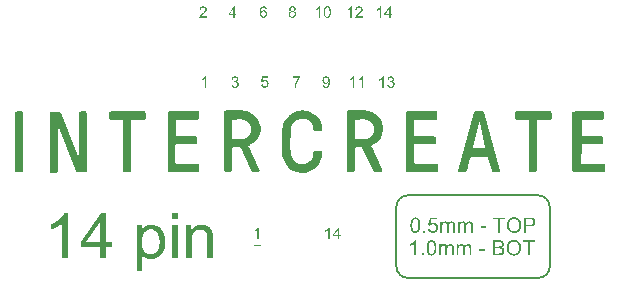
<source format=gto>
G04*
G04 #@! TF.GenerationSoftware,Altium Limited,Altium Designer,23.10.1 (27)*
G04*
G04 Layer_Color=65535*
%FSLAX44Y44*%
%MOMM*%
G71*
G04*
G04 #@! TF.SameCoordinates,E8663D54-F838-47F8-9E7A-4E2C6B29C732*
G04*
G04*
G04 #@! TF.FilePolarity,Positive*
G04*
G01*
G75*
%ADD10C,0.2000*%
%ADD11C,0.1000*%
G36*
X350303Y238664D02*
X351596D01*
Y237586D01*
X350303D01*
Y235290D01*
X349122D01*
Y237586D01*
X344951D01*
Y238664D01*
X349337Y244897D01*
X350303D01*
Y238664D01*
D02*
G37*
G36*
X342317Y235290D02*
X341136D01*
Y242798D01*
X341127D01*
X341117Y242779D01*
X341089Y242760D01*
X341061Y242732D01*
X340967Y242647D01*
X340836Y242544D01*
X340677Y242423D01*
X340480Y242282D01*
X340255Y242132D01*
X340011Y241982D01*
X340002D01*
X339983Y241963D01*
X339946Y241945D01*
X339899Y241916D01*
X339833Y241879D01*
X339768Y241842D01*
X339599Y241757D01*
X339412Y241663D01*
X339205Y241560D01*
X338990Y241467D01*
X338784Y241382D01*
Y242516D01*
X338793Y242526D01*
X338830Y242535D01*
X338877Y242563D01*
X338952Y242601D01*
X339037Y242647D01*
X339130Y242704D01*
X339243Y242760D01*
X339365Y242835D01*
X339636Y242994D01*
X339927Y243191D01*
X340218Y243407D01*
X340508Y243641D01*
X340518Y243650D01*
X340536Y243669D01*
X340583Y243707D01*
X340630Y243754D01*
X340686Y243819D01*
X340761Y243885D01*
X340836Y243969D01*
X340921Y244053D01*
X341089Y244250D01*
X341258Y244466D01*
X341417Y244700D01*
X341492Y244813D01*
X341549Y244934D01*
X342317D01*
Y235290D01*
D02*
G37*
G36*
X350484Y185725D02*
X350559D01*
X350634Y185715D01*
X350728Y185706D01*
X350831Y185697D01*
X351056Y185650D01*
X351290Y185593D01*
X351543Y185509D01*
X351796Y185397D01*
X351806D01*
X351824Y185378D01*
X351862Y185359D01*
X351909Y185331D01*
X351965Y185303D01*
X352021Y185256D01*
X352171Y185153D01*
X352340Y185022D01*
X352509Y184862D01*
X352668Y184675D01*
X352809Y184469D01*
Y184459D01*
X352827Y184441D01*
X352846Y184413D01*
X352865Y184366D01*
X352893Y184319D01*
X352921Y184253D01*
X352987Y184094D01*
X353052Y183916D01*
X353109Y183700D01*
X353146Y183475D01*
X353165Y183232D01*
Y183222D01*
Y183204D01*
Y183175D01*
X353155Y183129D01*
Y183072D01*
X353146Y183007D01*
X353127Y182857D01*
X353080Y182679D01*
X353024Y182491D01*
X352940Y182294D01*
X352827Y182097D01*
Y182088D01*
X352809Y182079D01*
X352790Y182051D01*
X352762Y182013D01*
X352687Y181919D01*
X352574Y181807D01*
X352434Y181676D01*
X352265Y181544D01*
X352068Y181413D01*
X351834Y181292D01*
X351843D01*
X351871Y181282D01*
X351918Y181273D01*
X351974Y181254D01*
X352049Y181226D01*
X352124Y181198D01*
X352321Y181113D01*
X352528Y181010D01*
X352752Y180860D01*
X352968Y180692D01*
X353062Y180588D01*
X353155Y180476D01*
X353165Y180467D01*
X353174Y180448D01*
X353202Y180410D01*
X353230Y180364D01*
X353268Y180307D01*
X353305Y180232D01*
X353352Y180148D01*
X353399Y180054D01*
X353437Y179942D01*
X353484Y179829D01*
X353521Y179698D01*
X353558Y179567D01*
X353615Y179267D01*
X353624Y179098D01*
X353633Y178930D01*
Y178920D01*
Y178873D01*
X353624Y178808D01*
Y178723D01*
X353605Y178611D01*
X353587Y178489D01*
X353558Y178349D01*
X353521Y178189D01*
X353474Y178030D01*
X353409Y177861D01*
X353334Y177683D01*
X353249Y177505D01*
X353137Y177327D01*
X353015Y177139D01*
X352874Y176971D01*
X352715Y176802D01*
X352705Y176793D01*
X352677Y176765D01*
X352621Y176718D01*
X352546Y176671D01*
X352462Y176596D01*
X352349Y176530D01*
X352228Y176446D01*
X352078Y176371D01*
X351918Y176287D01*
X351740Y176202D01*
X351553Y176137D01*
X351347Y176071D01*
X351131Y176015D01*
X350897Y175968D01*
X350653Y175940D01*
X350391Y175930D01*
X350334D01*
X350269Y175940D01*
X350184D01*
X350072Y175949D01*
X349950Y175968D01*
X349809Y175996D01*
X349650Y176024D01*
X349491Y176062D01*
X349322Y176118D01*
X349144Y176174D01*
X348975Y176249D01*
X348797Y176333D01*
X348619Y176437D01*
X348450Y176549D01*
X348291Y176680D01*
X348282Y176689D01*
X348254Y176718D01*
X348216Y176755D01*
X348160Y176821D01*
X348094Y176896D01*
X348019Y176980D01*
X347944Y177083D01*
X347860Y177205D01*
X347776Y177336D01*
X347691Y177486D01*
X347616Y177645D01*
X347541Y177824D01*
X347476Y178011D01*
X347419Y178208D01*
X347373Y178414D01*
X347344Y178639D01*
X348525Y178798D01*
Y178789D01*
X348535Y178752D01*
X348544Y178705D01*
X348563Y178630D01*
X348582Y178555D01*
X348610Y178452D01*
X348647Y178349D01*
X348685Y178236D01*
X348778Y178002D01*
X348900Y177758D01*
X349041Y177533D01*
X349125Y177439D01*
X349210Y177346D01*
X349219D01*
X349228Y177327D01*
X349256Y177308D01*
X349294Y177280D01*
X349341Y177243D01*
X349397Y177205D01*
X349538Y177130D01*
X349716Y177046D01*
X349922Y176971D01*
X350147Y176924D01*
X350269Y176915D01*
X350400Y176905D01*
X350484D01*
X350541Y176915D01*
X350616Y176924D01*
X350690Y176933D01*
X350784Y176952D01*
X350887Y176980D01*
X351112Y177046D01*
X351225Y177093D01*
X351347Y177149D01*
X351468Y177214D01*
X351581Y177289D01*
X351693Y177374D01*
X351806Y177477D01*
X351815Y177486D01*
X351834Y177505D01*
X351862Y177533D01*
X351899Y177580D01*
X351937Y177636D01*
X351984Y177702D01*
X352040Y177777D01*
X352096Y177871D01*
X352143Y177964D01*
X352199Y178077D01*
X352293Y178320D01*
X352321Y178452D01*
X352349Y178592D01*
X352368Y178742D01*
X352378Y178902D01*
Y178911D01*
Y178939D01*
Y178976D01*
X352368Y179042D01*
X352359Y179108D01*
X352349Y179192D01*
X352331Y179276D01*
X352312Y179380D01*
X352246Y179586D01*
X352209Y179698D01*
X352153Y179811D01*
X352087Y179923D01*
X352021Y180036D01*
X351937Y180139D01*
X351843Y180242D01*
X351834Y180251D01*
X351815Y180261D01*
X351787Y180289D01*
X351749Y180326D01*
X351693Y180364D01*
X351628Y180410D01*
X351562Y180457D01*
X351478Y180504D01*
X351384Y180551D01*
X351281Y180598D01*
X351047Y180682D01*
X350784Y180748D01*
X350644Y180757D01*
X350494Y180767D01*
X350437D01*
X350362Y180757D01*
X350269Y180748D01*
X350147Y180739D01*
X350006Y180720D01*
X349847Y180682D01*
X349669Y180645D01*
X349800Y181676D01*
X349819D01*
X349866Y181666D01*
X349931Y181657D01*
X350062D01*
X350119Y181666D01*
X350184D01*
X350259Y181676D01*
X350344Y181695D01*
X350437Y181704D01*
X350653Y181751D01*
X350878Y181826D01*
X351112Y181919D01*
X351347Y182051D01*
X351356Y182060D01*
X351375Y182069D01*
X351403Y182088D01*
X351440Y182126D01*
X351487Y182163D01*
X351543Y182219D01*
X351590Y182276D01*
X351656Y182351D01*
X351712Y182426D01*
X351759Y182519D01*
X351815Y182622D01*
X351862Y182726D01*
X351899Y182847D01*
X351928Y182979D01*
X351946Y183110D01*
X351956Y183260D01*
Y183269D01*
Y183288D01*
Y183325D01*
X351946Y183372D01*
Y183428D01*
X351937Y183494D01*
X351899Y183644D01*
X351853Y183813D01*
X351768Y183991D01*
X351665Y184169D01*
X351590Y184253D01*
X351515Y184338D01*
X351506Y184347D01*
X351497Y184356D01*
X351468Y184375D01*
X351440Y184403D01*
X351337Y184478D01*
X351206Y184553D01*
X351047Y184628D01*
X350850Y184703D01*
X350625Y184750D01*
X350512Y184769D01*
X350316D01*
X350269Y184759D01*
X350203D01*
X350137Y184750D01*
X349978Y184713D01*
X349791Y184666D01*
X349603Y184581D01*
X349406Y184478D01*
X349313Y184403D01*
X349228Y184328D01*
X349219Y184319D01*
X349210Y184310D01*
X349181Y184281D01*
X349153Y184244D01*
X349116Y184206D01*
X349078Y184150D01*
X349031Y184084D01*
X348985Y184009D01*
X348938Y183916D01*
X348881Y183822D01*
X348835Y183719D01*
X348788Y183597D01*
X348750Y183475D01*
X348703Y183335D01*
X348675Y183194D01*
X348647Y183035D01*
X347466Y183241D01*
Y183250D01*
X347476Y183297D01*
X347494Y183354D01*
X347513Y183438D01*
X347541Y183531D01*
X347579Y183653D01*
X347616Y183775D01*
X347673Y183916D01*
X347729Y184056D01*
X347804Y184206D01*
X347879Y184366D01*
X347972Y184516D01*
X348066Y184666D01*
X348179Y184816D01*
X348310Y184947D01*
X348441Y185078D01*
X348450Y185087D01*
X348479Y185106D01*
X348516Y185134D01*
X348582Y185181D01*
X348657Y185228D01*
X348741Y185284D01*
X348853Y185350D01*
X348966Y185406D01*
X349097Y185472D01*
X349247Y185528D01*
X349406Y185584D01*
X349575Y185631D01*
X349753Y185678D01*
X349941Y185706D01*
X350147Y185725D01*
X350353Y185734D01*
X350428D01*
X350484Y185725D01*
D02*
G37*
G36*
X344317Y176090D02*
X343136D01*
Y183597D01*
X343127D01*
X343117Y183578D01*
X343089Y183560D01*
X343061Y183531D01*
X342967Y183447D01*
X342836Y183344D01*
X342677Y183222D01*
X342480Y183082D01*
X342255Y182932D01*
X342011Y182782D01*
X342002D01*
X341983Y182763D01*
X341946Y182744D01*
X341899Y182716D01*
X341833Y182679D01*
X341768Y182641D01*
X341599Y182557D01*
X341412Y182463D01*
X341205Y182360D01*
X340990Y182266D01*
X340784Y182182D01*
Y183316D01*
X340793Y183325D01*
X340830Y183335D01*
X340877Y183363D01*
X340952Y183400D01*
X341037Y183447D01*
X341130Y183503D01*
X341243Y183560D01*
X341365Y183635D01*
X341637Y183794D01*
X341927Y183991D01*
X342218Y184206D01*
X342508Y184441D01*
X342518Y184450D01*
X342536Y184469D01*
X342583Y184506D01*
X342630Y184553D01*
X342686Y184619D01*
X342761Y184684D01*
X342836Y184769D01*
X342920Y184853D01*
X343089Y185050D01*
X343258Y185266D01*
X343417Y185500D01*
X343492Y185612D01*
X343549Y185734D01*
X344317D01*
Y176090D01*
D02*
G37*
G36*
X323653Y244925D02*
X323756D01*
X323868Y244916D01*
X324000Y244897D01*
X324150Y244869D01*
X324318Y244841D01*
X324487Y244794D01*
X324665Y244747D01*
X324853Y244681D01*
X325031Y244606D01*
X325218Y244522D01*
X325387Y244419D01*
X325555Y244297D01*
X325715Y244166D01*
X325724Y244156D01*
X325752Y244128D01*
X325790Y244091D01*
X325837Y244025D01*
X325902Y243950D01*
X325968Y243866D01*
X326043Y243763D01*
X326118Y243641D01*
X326193Y243510D01*
X326268Y243360D01*
X326334Y243210D01*
X326399Y243041D01*
X326446Y242863D01*
X326483Y242666D01*
X326511Y242469D01*
X326521Y242263D01*
Y242254D01*
Y242235D01*
Y242207D01*
Y242169D01*
X326511Y242113D01*
Y242057D01*
X326493Y241907D01*
X326465Y241738D01*
X326418Y241542D01*
X326362Y241335D01*
X326277Y241129D01*
Y241120D01*
X326268Y241101D01*
X326249Y241073D01*
X326230Y241035D01*
X326202Y240979D01*
X326174Y240923D01*
X326090Y240773D01*
X325987Y240604D01*
X325846Y240398D01*
X325687Y240182D01*
X325490Y239958D01*
X325481Y239948D01*
X325462Y239929D01*
X325434Y239892D01*
X325387Y239845D01*
X325321Y239779D01*
X325256Y239704D01*
X325162Y239620D01*
X325059Y239517D01*
X324946Y239405D01*
X324806Y239273D01*
X324665Y239133D01*
X324496Y238983D01*
X324318Y238824D01*
X324122Y238645D01*
X323906Y238467D01*
X323681Y238270D01*
X323672Y238261D01*
X323634Y238233D01*
X323578Y238186D01*
X323512Y238130D01*
X323428Y238055D01*
X323334Y237971D01*
X323109Y237783D01*
X322884Y237586D01*
X322659Y237390D01*
X322556Y237296D01*
X322463Y237202D01*
X322378Y237127D01*
X322313Y237061D01*
X322303Y237052D01*
X322266Y237005D01*
X322210Y236940D01*
X322135Y236865D01*
X322060Y236761D01*
X321975Y236658D01*
X321891Y236546D01*
X321816Y236424D01*
X326530D01*
Y235290D01*
X320185D01*
Y235299D01*
Y235309D01*
Y235365D01*
Y235440D01*
X320194Y235552D01*
X320213Y235674D01*
X320232Y235815D01*
X320269Y235956D01*
X320316Y236105D01*
Y236115D01*
X320326Y236133D01*
X320344Y236171D01*
X320363Y236218D01*
X320391Y236274D01*
X320419Y236340D01*
X320504Y236508D01*
X320616Y236705D01*
X320747Y236921D01*
X320907Y237146D01*
X321094Y237380D01*
X321104Y237390D01*
X321122Y237408D01*
X321150Y237446D01*
X321197Y237493D01*
X321254Y237549D01*
X321319Y237624D01*
X321394Y237708D01*
X321488Y237802D01*
X321591Y237896D01*
X321703Y238008D01*
X321835Y238130D01*
X321966Y238261D01*
X322116Y238392D01*
X322275Y238533D01*
X322453Y238683D01*
X322631Y238833D01*
X322650Y238852D01*
X322697Y238889D01*
X322781Y238955D01*
X322884Y239048D01*
X323016Y239151D01*
X323156Y239283D01*
X323316Y239423D01*
X323484Y239573D01*
X323840Y239901D01*
X324187Y240239D01*
X324347Y240407D01*
X324496Y240576D01*
X324637Y240726D01*
X324749Y240876D01*
X324759Y240885D01*
X324778Y240914D01*
X324806Y240951D01*
X324834Y241007D01*
X324881Y241073D01*
X324928Y241148D01*
X324974Y241242D01*
X325031Y241335D01*
X325134Y241551D01*
X325228Y241785D01*
X325256Y241916D01*
X325284Y242038D01*
X325303Y242169D01*
X325312Y242291D01*
Y242301D01*
Y242320D01*
Y242357D01*
X325303Y242413D01*
X325293Y242469D01*
X325284Y242535D01*
X325246Y242704D01*
X325190Y242891D01*
X325096Y243088D01*
X325040Y243182D01*
X324974Y243285D01*
X324899Y243379D01*
X324806Y243472D01*
X324796Y243482D01*
X324787Y243491D01*
X324749Y243519D01*
X324712Y243547D01*
X324665Y243585D01*
X324599Y243622D01*
X324534Y243669D01*
X324450Y243716D01*
X324365Y243763D01*
X324262Y243810D01*
X324037Y243885D01*
X323784Y243941D01*
X323643Y243950D01*
X323494Y243960D01*
X323409D01*
X323353Y243950D01*
X323278Y243941D01*
X323194Y243932D01*
X323100Y243913D01*
X323006Y243894D01*
X322781Y243838D01*
X322556Y243744D01*
X322444Y243688D01*
X322331Y243613D01*
X322228Y243538D01*
X322125Y243444D01*
X322116Y243435D01*
X322106Y243425D01*
X322078Y243388D01*
X322050Y243350D01*
X322013Y243304D01*
X321966Y243238D01*
X321919Y243163D01*
X321872Y243079D01*
X321825Y242985D01*
X321778Y242882D01*
X321741Y242760D01*
X321694Y242638D01*
X321666Y242507D01*
X321638Y242357D01*
X321628Y242207D01*
X321619Y242038D01*
X320410Y242160D01*
Y242179D01*
X320419Y242216D01*
X320429Y242291D01*
X320438Y242385D01*
X320466Y242498D01*
X320494Y242629D01*
X320532Y242769D01*
X320569Y242929D01*
X320625Y243088D01*
X320691Y243257D01*
X320766Y243425D01*
X320850Y243603D01*
X320954Y243772D01*
X321066Y243932D01*
X321197Y244081D01*
X321338Y244222D01*
X321347Y244231D01*
X321375Y244250D01*
X321422Y244288D01*
X321488Y244335D01*
X321572Y244391D01*
X321666Y244447D01*
X321788Y244513D01*
X321919Y244578D01*
X322069Y244644D01*
X322228Y244709D01*
X322406Y244766D01*
X322603Y244822D01*
X322809Y244869D01*
X323034Y244906D01*
X323269Y244925D01*
X323522Y244934D01*
X323587D01*
X323653Y244925D01*
D02*
G37*
G36*
X317317Y235290D02*
X316136D01*
Y242798D01*
X316127D01*
X316117Y242779D01*
X316089Y242760D01*
X316061Y242732D01*
X315967Y242647D01*
X315836Y242544D01*
X315677Y242423D01*
X315480Y242282D01*
X315255Y242132D01*
X315011Y241982D01*
X315002D01*
X314983Y241963D01*
X314946Y241945D01*
X314899Y241916D01*
X314833Y241879D01*
X314768Y241842D01*
X314599Y241757D01*
X314412Y241663D01*
X314205Y241560D01*
X313990Y241467D01*
X313783Y241382D01*
Y242516D01*
X313793Y242526D01*
X313830Y242535D01*
X313877Y242563D01*
X313952Y242601D01*
X314037Y242647D01*
X314130Y242704D01*
X314243Y242760D01*
X314365Y242835D01*
X314636Y242994D01*
X314927Y243191D01*
X315218Y243407D01*
X315508Y243641D01*
X315518Y243650D01*
X315536Y243669D01*
X315583Y243707D01*
X315630Y243754D01*
X315686Y243819D01*
X315761Y243885D01*
X315836Y243969D01*
X315921Y244053D01*
X316089Y244250D01*
X316258Y244466D01*
X316417Y244700D01*
X316492Y244813D01*
X316549Y244934D01*
X317317D01*
Y235290D01*
D02*
G37*
G36*
X326778Y176090D02*
X325597D01*
Y183597D01*
X325587D01*
X325578Y183578D01*
X325550Y183560D01*
X325522Y183531D01*
X325428Y183447D01*
X325297Y183344D01*
X325137Y183222D01*
X324941Y183082D01*
X324716Y182932D01*
X324472Y182782D01*
X324463D01*
X324444Y182763D01*
X324406Y182744D01*
X324360Y182716D01*
X324294Y182679D01*
X324228Y182641D01*
X324060Y182557D01*
X323872Y182463D01*
X323666Y182360D01*
X323450Y182266D01*
X323244Y182182D01*
Y183316D01*
X323254Y183325D01*
X323291Y183335D01*
X323338Y183363D01*
X323413Y183400D01*
X323497Y183447D01*
X323591Y183503D01*
X323703Y183560D01*
X323825Y183635D01*
X324097Y183794D01*
X324388Y183991D01*
X324678Y184206D01*
X324969Y184441D01*
X324978Y184450D01*
X324997Y184469D01*
X325044Y184506D01*
X325091Y184553D01*
X325147Y184619D01*
X325222Y184684D01*
X325297Y184769D01*
X325381Y184853D01*
X325550Y185050D01*
X325719Y185266D01*
X325878Y185500D01*
X325953Y185612D01*
X326009Y185734D01*
X326778D01*
Y176090D01*
D02*
G37*
G36*
X319317D02*
X318136D01*
Y183597D01*
X318127D01*
X318117Y183578D01*
X318089Y183560D01*
X318061Y183531D01*
X317967Y183447D01*
X317836Y183344D01*
X317677Y183222D01*
X317480Y183082D01*
X317255Y182932D01*
X317011Y182782D01*
X317002D01*
X316983Y182763D01*
X316946Y182744D01*
X316899Y182716D01*
X316833Y182679D01*
X316768Y182641D01*
X316599Y182557D01*
X316412Y182463D01*
X316205Y182360D01*
X315990Y182266D01*
X315784Y182182D01*
Y183316D01*
X315793Y183325D01*
X315830Y183335D01*
X315877Y183363D01*
X315952Y183400D01*
X316037Y183447D01*
X316130Y183503D01*
X316243Y183560D01*
X316365Y183635D01*
X316637Y183794D01*
X316927Y183991D01*
X317218Y184206D01*
X317508Y184441D01*
X317518Y184450D01*
X317536Y184469D01*
X317583Y184506D01*
X317630Y184553D01*
X317686Y184619D01*
X317761Y184684D01*
X317836Y184769D01*
X317920Y184853D01*
X318089Y185050D01*
X318258Y185266D01*
X318417Y185500D01*
X318492Y185612D01*
X318549Y185734D01*
X319317D01*
Y176090D01*
D02*
G37*
G36*
X290458Y235449D02*
X289277D01*
Y242957D01*
X289267D01*
X289258Y242938D01*
X289230Y242919D01*
X289202Y242891D01*
X289108Y242807D01*
X288977Y242704D01*
X288817Y242582D01*
X288621Y242441D01*
X288396Y242291D01*
X288152Y242141D01*
X288143D01*
X288124Y242123D01*
X288086Y242104D01*
X288039Y242076D01*
X287974Y242038D01*
X287908Y242001D01*
X287740Y241916D01*
X287552Y241823D01*
X287346Y241720D01*
X287130Y241626D01*
X286924Y241542D01*
Y242676D01*
X286933Y242685D01*
X286971Y242694D01*
X287018Y242722D01*
X287093Y242760D01*
X287177Y242807D01*
X287271Y242863D01*
X287383Y242919D01*
X287505Y242994D01*
X287777Y243154D01*
X288068Y243350D01*
X288358Y243566D01*
X288649Y243800D01*
X288658Y243810D01*
X288677Y243828D01*
X288724Y243866D01*
X288771Y243913D01*
X288827Y243978D01*
X288902Y244044D01*
X288977Y244128D01*
X289061Y244213D01*
X289230Y244410D01*
X289398Y244625D01*
X289558Y244859D01*
X289633Y244972D01*
X289689Y245094D01*
X290458D01*
Y235449D01*
D02*
G37*
G36*
X296803Y245084D02*
X296878Y245075D01*
X296972Y245066D01*
X297065Y245056D01*
X297271Y245019D01*
X297496Y244963D01*
X297731Y244878D01*
X297956Y244775D01*
X297965D01*
X297984Y244756D01*
X298012Y244747D01*
X298059Y244719D01*
X298162Y244644D01*
X298302Y244550D01*
X298452Y244419D01*
X298612Y244269D01*
X298771Y244081D01*
X298921Y243875D01*
Y243866D01*
X298940Y243847D01*
X298959Y243819D01*
X298987Y243772D01*
X299015Y243716D01*
X299052Y243650D01*
X299090Y243566D01*
X299137Y243482D01*
X299184Y243379D01*
X299230Y243276D01*
X299324Y243032D01*
X299427Y242751D01*
X299512Y242451D01*
Y242441D01*
X299521Y242413D01*
X299530Y242366D01*
X299549Y242301D01*
X299568Y242216D01*
X299587Y242113D01*
X299605Y241991D01*
X299624Y241851D01*
X299643Y241701D01*
X299662Y241523D01*
X299680Y241345D01*
X299699Y241138D01*
X299718Y240923D01*
X299727Y240689D01*
X299736Y240445D01*
Y240182D01*
Y240164D01*
Y240107D01*
Y240023D01*
X299727Y239901D01*
Y239761D01*
X299718Y239592D01*
X299708Y239414D01*
X299690Y239208D01*
X299671Y238992D01*
X299652Y238777D01*
X299587Y238317D01*
X299502Y237868D01*
X299446Y237661D01*
X299380Y237455D01*
Y237446D01*
X299362Y237408D01*
X299343Y237352D01*
X299315Y237286D01*
X299277Y237193D01*
X299230Y237099D01*
X299184Y236986D01*
X299118Y236865D01*
X298977Y236611D01*
X298799Y236340D01*
X298584Y236087D01*
X298462Y235965D01*
X298340Y235852D01*
X298331Y235843D01*
X298312Y235824D01*
X298274Y235796D01*
X298218Y235768D01*
X298153Y235721D01*
X298068Y235674D01*
X297974Y235627D01*
X297871Y235571D01*
X297750Y235515D01*
X297618Y235468D01*
X297478Y235421D01*
X297318Y235374D01*
X297159Y235346D01*
X296981Y235318D01*
X296803Y235299D01*
X296606Y235290D01*
X296541D01*
X296475Y235299D01*
X296372Y235309D01*
X296259Y235318D01*
X296119Y235346D01*
X295969Y235374D01*
X295809Y235412D01*
X295641Y235468D01*
X295463Y235534D01*
X295275Y235609D01*
X295097Y235702D01*
X294919Y235815D01*
X294741Y235946D01*
X294572Y236105D01*
X294422Y236274D01*
X294413Y236293D01*
X294385Y236330D01*
X294338Y236405D01*
X294272Y236508D01*
X294207Y236640D01*
X294122Y236799D01*
X294038Y236996D01*
X293954Y237221D01*
X293860Y237474D01*
X293776Y237764D01*
X293691Y238083D01*
X293626Y238430D01*
X293560Y238824D01*
X293513Y239236D01*
X293485Y239695D01*
X293476Y240182D01*
Y240192D01*
Y240201D01*
Y240257D01*
Y240351D01*
X293485Y240464D01*
Y240614D01*
X293494Y240773D01*
X293504Y240960D01*
X293522Y241167D01*
X293541Y241382D01*
X293560Y241607D01*
X293626Y242057D01*
X293710Y242516D01*
X293766Y242722D01*
X293822Y242929D01*
Y242938D01*
X293841Y242976D01*
X293860Y243032D01*
X293888Y243097D01*
X293925Y243191D01*
X293972Y243285D01*
X294019Y243397D01*
X294085Y243519D01*
X294225Y243782D01*
X294403Y244044D01*
X294619Y244297D01*
X294741Y244419D01*
X294863Y244531D01*
X294872Y244541D01*
X294891Y244559D01*
X294938Y244588D01*
X294985Y244616D01*
X295060Y244663D01*
X295135Y244709D01*
X295238Y244756D01*
X295341Y244813D01*
X295463Y244869D01*
X295594Y244916D01*
X295734Y244963D01*
X295894Y245009D01*
X296053Y245037D01*
X296231Y245066D01*
X296409Y245084D01*
X296606Y245094D01*
X296737D01*
X296803Y245084D01*
D02*
G37*
G36*
X295677Y185725D02*
X295762Y185715D01*
X295855Y185706D01*
X295968Y185697D01*
X296080Y185669D01*
X296352Y185612D01*
X296633Y185518D01*
X296783Y185462D01*
X296933Y185397D01*
X297083Y185322D01*
X297233Y185228D01*
X297243Y185219D01*
X297271Y185209D01*
X297308Y185172D01*
X297364Y185134D01*
X297430Y185078D01*
X297505Y185022D01*
X297580Y184947D01*
X297674Y184862D01*
X297767Y184759D01*
X297861Y184656D01*
X297964Y184534D01*
X298058Y184403D01*
X298152Y184263D01*
X298245Y184113D01*
X298339Y183953D01*
X298414Y183785D01*
X298424Y183775D01*
X298433Y183738D01*
X298452Y183691D01*
X298480Y183616D01*
X298508Y183513D01*
X298545Y183400D01*
X298583Y183260D01*
X298620Y183100D01*
X298658Y182922D01*
X298686Y182716D01*
X298723Y182500D01*
X298752Y182257D01*
X298780Y181994D01*
X298798Y181713D01*
X298817Y181404D01*
Y181085D01*
Y181076D01*
Y181066D01*
Y181038D01*
Y181001D01*
Y180907D01*
X298808Y180785D01*
Y180626D01*
X298798Y180448D01*
X298780Y180251D01*
X298770Y180026D01*
X298742Y179801D01*
X298723Y179558D01*
X298648Y179070D01*
X298602Y178827D01*
X298545Y178592D01*
X298489Y178367D01*
X298414Y178152D01*
Y178142D01*
X298395Y178105D01*
X298377Y178049D01*
X298339Y177974D01*
X298292Y177880D01*
X298245Y177777D01*
X298189Y177664D01*
X298114Y177533D01*
X297945Y177271D01*
X297739Y176989D01*
X297505Y176727D01*
X297364Y176605D01*
X297224Y176493D01*
X297214Y176483D01*
X297186Y176465D01*
X297149Y176437D01*
X297083Y176408D01*
X297008Y176362D01*
X296915Y176315D01*
X296811Y176268D01*
X296699Y176211D01*
X296568Y176155D01*
X296427Y176108D01*
X296277Y176062D01*
X296108Y176015D01*
X295940Y175987D01*
X295762Y175958D01*
X295574Y175940D01*
X295377Y175930D01*
X295265D01*
X295190Y175940D01*
X295096Y175949D01*
X294984Y175968D01*
X294853Y175987D01*
X294721Y176005D01*
X294431Y176080D01*
X294271Y176127D01*
X294121Y176193D01*
X293962Y176258D01*
X293812Y176343D01*
X293672Y176437D01*
X293531Y176549D01*
X293522Y176558D01*
X293503Y176577D01*
X293465Y176615D01*
X293419Y176661D01*
X293362Y176727D01*
X293297Y176811D01*
X293231Y176896D01*
X293156Y177008D01*
X293081Y177121D01*
X293006Y177261D01*
X292941Y177402D01*
X292875Y177561D01*
X292809Y177730D01*
X292753Y177917D01*
X292716Y178114D01*
X292678Y178320D01*
X293812Y178424D01*
Y178414D01*
X293822Y178386D01*
X293831Y178349D01*
X293840Y178292D01*
X293859Y178227D01*
X293878Y178152D01*
X293934Y177974D01*
X294009Y177786D01*
X294103Y177589D01*
X294215Y177411D01*
X294281Y177327D01*
X294356Y177252D01*
X294365D01*
X294375Y177233D01*
X294431Y177196D01*
X294515Y177139D01*
X294637Y177074D01*
X294787Y177008D01*
X294965Y176952D01*
X295171Y176915D01*
X295396Y176896D01*
X295490D01*
X295593Y176905D01*
X295724Y176924D01*
X295865Y176952D01*
X296033Y176999D01*
X296193Y177055D01*
X296352Y177139D01*
X296362D01*
X296371Y177149D01*
X296418Y177186D01*
X296493Y177243D01*
X296586Y177318D01*
X296699Y177411D01*
X296811Y177524D01*
X296915Y177655D01*
X297018Y177805D01*
Y177814D01*
X297027Y177824D01*
X297046Y177852D01*
X297064Y177880D01*
X297111Y177974D01*
X297168Y178105D01*
X297243Y178264D01*
X297318Y178461D01*
X297393Y178676D01*
X297458Y178930D01*
Y178939D01*
X297467Y178958D01*
X297477Y179005D01*
X297486Y179051D01*
X297496Y179117D01*
X297514Y179192D01*
X297533Y179276D01*
X297552Y179380D01*
X297580Y179595D01*
X297608Y179839D01*
X297627Y180101D01*
X297636Y180373D01*
Y180392D01*
Y180439D01*
Y180504D01*
Y180598D01*
X297617Y180579D01*
X297599Y180551D01*
X297571Y180514D01*
X297496Y180410D01*
X297383Y180279D01*
X297243Y180139D01*
X297074Y179989D01*
X296877Y179839D01*
X296661Y179698D01*
X296652D01*
X296633Y179679D01*
X296605Y179670D01*
X296558Y179642D01*
X296502Y179614D01*
X296427Y179586D01*
X296352Y179558D01*
X296268Y179529D01*
X296071Y179464D01*
X295846Y179408D01*
X295602Y179370D01*
X295340Y179351D01*
X295284D01*
X295227Y179361D01*
X295143D01*
X295040Y179380D01*
X294918Y179398D01*
X294787Y179426D01*
X294646Y179464D01*
X294487Y179501D01*
X294328Y179558D01*
X294159Y179632D01*
X293990Y179717D01*
X293822Y179811D01*
X293653Y179932D01*
X293484Y180064D01*
X293325Y180214D01*
X293315Y180223D01*
X293287Y180251D01*
X293250Y180307D01*
X293194Y180373D01*
X293137Y180457D01*
X293062Y180560D01*
X292987Y180682D01*
X292912Y180823D01*
X292837Y180973D01*
X292762Y181151D01*
X292687Y181338D01*
X292631Y181535D01*
X292575Y181760D01*
X292537Y181985D01*
X292509Y182229D01*
X292500Y182491D01*
Y182510D01*
Y182557D01*
X292509Y182632D01*
Y182735D01*
X292528Y182857D01*
X292547Y182997D01*
X292575Y183157D01*
X292603Y183335D01*
X292650Y183513D01*
X292706Y183710D01*
X292781Y183906D01*
X292856Y184103D01*
X292959Y184300D01*
X293072Y184487D01*
X293203Y184675D01*
X293353Y184844D01*
X293362Y184853D01*
X293390Y184881D01*
X293437Y184928D01*
X293512Y184984D01*
X293597Y185050D01*
X293690Y185125D01*
X293812Y185209D01*
X293943Y185294D01*
X294093Y185369D01*
X294262Y185453D01*
X294440Y185528D01*
X294628Y185593D01*
X294834Y185650D01*
X295049Y185697D01*
X295284Y185725D01*
X295518Y185734D01*
X295612D01*
X295677Y185725D01*
D02*
G37*
G36*
X267270Y245084D02*
X267383Y245075D01*
X267505Y245056D01*
X267636Y245028D01*
X267786Y245000D01*
X267945Y244963D01*
X268114Y244916D01*
X268283Y244859D01*
X268451Y244784D01*
X268620Y244700D01*
X268779Y244606D01*
X268939Y244494D01*
X269089Y244363D01*
X269098Y244353D01*
X269126Y244325D01*
X269164Y244288D01*
X269210Y244231D01*
X269267Y244166D01*
X269332Y244072D01*
X269398Y243978D01*
X269473Y243866D01*
X269548Y243744D01*
X269613Y243603D01*
X269679Y243463D01*
X269735Y243304D01*
X269782Y243135D01*
X269829Y242957D01*
X269848Y242779D01*
X269857Y242582D01*
Y242572D01*
Y242554D01*
Y242516D01*
X269848Y242469D01*
Y242413D01*
X269839Y242338D01*
X269810Y242179D01*
X269773Y242001D01*
X269707Y241804D01*
X269623Y241607D01*
X269501Y241410D01*
Y241401D01*
X269482Y241392D01*
X269436Y241326D01*
X269351Y241242D01*
X269239Y241129D01*
X269089Y241007D01*
X268911Y240885D01*
X268695Y240764D01*
X268442Y240651D01*
X268451D01*
X268479Y240642D01*
X268526Y240623D01*
X268582Y240595D01*
X268657Y240567D01*
X268742Y240529D01*
X268939Y240426D01*
X269154Y240295D01*
X269379Y240136D01*
X269595Y239948D01*
X269688Y239836D01*
X269782Y239723D01*
X269792Y239714D01*
X269801Y239695D01*
X269829Y239658D01*
X269857Y239611D01*
X269895Y239545D01*
X269932Y239480D01*
X269970Y239386D01*
X270017Y239292D01*
X270063Y239189D01*
X270101Y239067D01*
X270176Y238814D01*
X270232Y238514D01*
X270242Y238364D01*
X270251Y238195D01*
Y238186D01*
Y238139D01*
X270242Y238074D01*
Y237989D01*
X270223Y237886D01*
X270204Y237764D01*
X270176Y237624D01*
X270138Y237474D01*
X270091Y237314D01*
X270035Y237146D01*
X269970Y236977D01*
X269885Y236799D01*
X269782Y236621D01*
X269670Y236452D01*
X269529Y236283D01*
X269379Y236124D01*
X269370Y236115D01*
X269342Y236087D01*
X269286Y236049D01*
X269220Y235993D01*
X269135Y235927D01*
X269032Y235862D01*
X268901Y235787D01*
X268770Y235712D01*
X268611Y235627D01*
X268433Y235552D01*
X268245Y235487D01*
X268039Y235421D01*
X267823Y235365D01*
X267589Y235327D01*
X267345Y235299D01*
X267083Y235290D01*
X267017D01*
X266942Y235299D01*
X266849D01*
X266727Y235318D01*
X266586Y235337D01*
X266427Y235356D01*
X266258Y235393D01*
X266080Y235440D01*
X265893Y235496D01*
X265705Y235562D01*
X265518Y235646D01*
X265321Y235740D01*
X265133Y235852D01*
X264955Y235974D01*
X264787Y236124D01*
X264777Y236133D01*
X264749Y236162D01*
X264712Y236208D01*
X264655Y236274D01*
X264590Y236359D01*
X264515Y236462D01*
X264440Y236574D01*
X264356Y236705D01*
X264271Y236846D01*
X264196Y237005D01*
X264121Y237183D01*
X264056Y237371D01*
X264009Y237568D01*
X263962Y237774D01*
X263934Y237989D01*
X263924Y238224D01*
Y238233D01*
Y238261D01*
Y238317D01*
X263934Y238383D01*
X263943Y238458D01*
X263953Y238552D01*
X263962Y238655D01*
X263981Y238767D01*
X264037Y239020D01*
X264121Y239283D01*
X264177Y239414D01*
X264243Y239545D01*
X264309Y239667D01*
X264393Y239789D01*
X264402Y239798D01*
X264412Y239817D01*
X264440Y239845D01*
X264477Y239892D01*
X264534Y239948D01*
X264590Y240004D01*
X264665Y240070D01*
X264740Y240136D01*
X264834Y240211D01*
X264937Y240276D01*
X265049Y240351D01*
X265171Y240426D01*
X265302Y240492D01*
X265443Y240548D01*
X265593Y240604D01*
X265752Y240651D01*
X265743D01*
X265724Y240660D01*
X265677Y240679D01*
X265630Y240698D01*
X265574Y240726D01*
X265499Y240764D01*
X265340Y240848D01*
X265161Y240960D01*
X264974Y241092D01*
X264805Y241242D01*
X264655Y241420D01*
Y241429D01*
X264637Y241438D01*
X264627Y241467D01*
X264599Y241504D01*
X264571Y241560D01*
X264543Y241616D01*
X264487Y241757D01*
X264421Y241926D01*
X264365Y242132D01*
X264327Y242357D01*
X264309Y242610D01*
Y242619D01*
Y242657D01*
X264318Y242713D01*
Y242788D01*
X264327Y242872D01*
X264346Y242976D01*
X264374Y243097D01*
X264402Y243229D01*
X264440Y243360D01*
X264496Y243500D01*
X264552Y243650D01*
X264627Y243800D01*
X264712Y243941D01*
X264815Y244091D01*
X264927Y244231D01*
X265058Y244372D01*
X265068Y244381D01*
X265096Y244400D01*
X265133Y244438D01*
X265199Y244485D01*
X265274Y244541D01*
X265358Y244597D01*
X265471Y244663D01*
X265593Y244738D01*
X265724Y244803D01*
X265874Y244869D01*
X266043Y244925D01*
X266221Y244981D01*
X266418Y245028D01*
X266614Y245066D01*
X266839Y245084D01*
X267064Y245094D01*
X267186D01*
X267270Y245084D01*
D02*
G37*
G36*
X273714Y184816D02*
X273705Y184806D01*
X273676Y184769D01*
X273620Y184713D01*
X273555Y184638D01*
X273470Y184534D01*
X273377Y184422D01*
X273264Y184281D01*
X273142Y184122D01*
X273011Y183944D01*
X272861Y183747D01*
X272711Y183531D01*
X272552Y183297D01*
X272393Y183053D01*
X272224Y182791D01*
X272055Y182510D01*
X271886Y182210D01*
X271877Y182191D01*
X271849Y182135D01*
X271802Y182051D01*
X271736Y181929D01*
X271661Y181788D01*
X271577Y181610D01*
X271483Y181413D01*
X271380Y181188D01*
X271268Y180945D01*
X271155Y180692D01*
X271033Y180410D01*
X270921Y180129D01*
X270809Y179829D01*
X270696Y179520D01*
X270593Y179201D01*
X270499Y178883D01*
Y178873D01*
X270480Y178827D01*
X270462Y178761D01*
X270443Y178676D01*
X270415Y178564D01*
X270377Y178424D01*
X270349Y178274D01*
X270312Y178105D01*
X270274Y177917D01*
X270237Y177711D01*
X270199Y177496D01*
X270162Y177261D01*
X270124Y177027D01*
X270096Y176774D01*
X270049Y176249D01*
X268840D01*
Y176258D01*
Y176305D01*
X268850Y176362D01*
Y176446D01*
X268859Y176558D01*
X268868Y176689D01*
X268887Y176840D01*
X268906Y177008D01*
X268925Y177205D01*
X268953Y177411D01*
X268990Y177636D01*
X269037Y177871D01*
X269084Y178133D01*
X269140Y178395D01*
X269206Y178686D01*
X269281Y178976D01*
Y178986D01*
X269290Y178995D01*
X269300Y179051D01*
X269328Y179136D01*
X269356Y179248D01*
X269403Y179398D01*
X269459Y179567D01*
X269515Y179754D01*
X269590Y179970D01*
X269674Y180195D01*
X269768Y180439D01*
X269862Y180701D01*
X269974Y180963D01*
X270218Y181516D01*
X270499Y182079D01*
X270509Y182097D01*
X270537Y182144D01*
X270584Y182219D01*
X270640Y182332D01*
X270715Y182454D01*
X270799Y182604D01*
X270902Y182772D01*
X271015Y182950D01*
X271137Y183147D01*
X271268Y183354D01*
X271549Y183775D01*
X271868Y184197D01*
X272027Y184403D01*
X272196Y184600D01*
X267500D01*
Y185734D01*
X273714D01*
Y184816D01*
D02*
G37*
G36*
X242966Y245084D02*
X243069Y245075D01*
X243181Y245056D01*
X243303Y245037D01*
X243444Y245019D01*
X243734Y244934D01*
X243894Y244888D01*
X244043Y244822D01*
X244203Y244756D01*
X244353Y244663D01*
X244503Y244569D01*
X244643Y244456D01*
X244653Y244447D01*
X244671Y244428D01*
X244709Y244391D01*
X244756Y244344D01*
X244812Y244278D01*
X244878Y244194D01*
X244953Y244100D01*
X245028Y243997D01*
X245103Y243885D01*
X245177Y243744D01*
X245243Y243603D01*
X245318Y243444D01*
X245384Y243276D01*
X245431Y243097D01*
X245477Y242910D01*
X245515Y242704D01*
X244343Y242610D01*
Y242619D01*
X244334Y242638D01*
X244325Y242676D01*
X244315Y242722D01*
X244296Y242779D01*
X244278Y242844D01*
X244231Y242994D01*
X244165Y243163D01*
X244090Y243332D01*
X243997Y243491D01*
X243894Y243622D01*
X243884Y243632D01*
X243875Y243641D01*
X243847Y243669D01*
X243809Y243697D01*
X243762Y243744D01*
X243706Y243782D01*
X243565Y243875D01*
X243397Y243969D01*
X243190Y244053D01*
X242966Y244110D01*
X242844Y244119D01*
X242712Y244128D01*
X242619D01*
X242516Y244110D01*
X242375Y244091D01*
X242225Y244053D01*
X242056Y243997D01*
X241888Y243913D01*
X241719Y243810D01*
X241710D01*
X241691Y243791D01*
X241663Y243772D01*
X241625Y243735D01*
X241532Y243641D01*
X241400Y243510D01*
X241260Y243341D01*
X241110Y243135D01*
X240969Y242901D01*
X240838Y242619D01*
Y242610D01*
X240829Y242582D01*
X240810Y242535D01*
X240791Y242479D01*
X240763Y242394D01*
X240735Y242301D01*
X240707Y242179D01*
X240679Y242048D01*
X240651Y241898D01*
X240622Y241738D01*
X240594Y241551D01*
X240566Y241354D01*
X240547Y241138D01*
X240529Y240904D01*
X240519Y240660D01*
X240510Y240398D01*
X240519Y240407D01*
X240529Y240426D01*
X240557Y240464D01*
X240585Y240501D01*
X240622Y240557D01*
X240679Y240623D01*
X240800Y240764D01*
X240951Y240923D01*
X241129Y241082D01*
X241325Y241232D01*
X241550Y241363D01*
X241560D01*
X241578Y241373D01*
X241616Y241392D01*
X241653Y241410D01*
X241719Y241438D01*
X241785Y241467D01*
X241860Y241495D01*
X241944Y241523D01*
X242141Y241579D01*
X242356Y241635D01*
X242591Y241673D01*
X242844Y241682D01*
X242900D01*
X242956Y241673D01*
X243041D01*
X243144Y241654D01*
X243265Y241635D01*
X243397Y241607D01*
X243537Y241570D01*
X243687Y241523D01*
X243856Y241467D01*
X244015Y241401D01*
X244184Y241317D01*
X244362Y241213D01*
X244531Y241101D01*
X244690Y240960D01*
X244849Y240811D01*
X244859Y240801D01*
X244887Y240773D01*
X244925Y240717D01*
X244981Y240651D01*
X245046Y240567D01*
X245112Y240464D01*
X245187Y240342D01*
X245271Y240201D01*
X245346Y240051D01*
X245421Y239883D01*
X245487Y239695D01*
X245552Y239498D01*
X245609Y239283D01*
X245646Y239058D01*
X245674Y238824D01*
X245684Y238570D01*
Y238561D01*
Y238533D01*
Y238486D01*
X245674Y238421D01*
Y238336D01*
X245665Y238242D01*
X245655Y238139D01*
X245637Y238017D01*
X245590Y237755D01*
X245515Y237474D01*
X245421Y237183D01*
X245290Y236883D01*
Y236874D01*
X245271Y236846D01*
X245252Y236808D01*
X245215Y236761D01*
X245177Y236696D01*
X245131Y236621D01*
X245009Y236452D01*
X244849Y236255D01*
X244671Y236059D01*
X244456Y235871D01*
X244212Y235702D01*
X244203D01*
X244184Y235684D01*
X244146Y235665D01*
X244090Y235637D01*
X244025Y235609D01*
X243950Y235571D01*
X243865Y235534D01*
X243762Y235496D01*
X243659Y235459D01*
X243537Y235421D01*
X243275Y235356D01*
X242984Y235309D01*
X242825Y235299D01*
X242666Y235290D01*
X242600D01*
X242525Y235299D01*
X242422Y235309D01*
X242300Y235327D01*
X242150Y235346D01*
X241991Y235384D01*
X241813Y235421D01*
X241625Y235478D01*
X241438Y235552D01*
X241232Y235637D01*
X241035Y235749D01*
X240829Y235871D01*
X240632Y236012D01*
X240444Y236180D01*
X240266Y236368D01*
X240257Y236377D01*
X240229Y236424D01*
X240182Y236480D01*
X240126Y236574D01*
X240051Y236696D01*
X239976Y236846D01*
X239891Y237015D01*
X239807Y237221D01*
X239713Y237455D01*
X239629Y237717D01*
X239554Y238008D01*
X239488Y238336D01*
X239423Y238683D01*
X239376Y239076D01*
X239348Y239489D01*
X239338Y239939D01*
Y239948D01*
Y239967D01*
Y240004D01*
Y240061D01*
Y240126D01*
X239348Y240201D01*
Y240295D01*
X239357Y240398D01*
Y240501D01*
X239366Y240623D01*
X239395Y240885D01*
X239423Y241176D01*
X239470Y241485D01*
X239517Y241813D01*
X239591Y242151D01*
X239666Y242488D01*
X239769Y242826D01*
X239882Y243144D01*
X240023Y243454D01*
X240182Y243735D01*
X240360Y243988D01*
X240369Y243997D01*
X240397Y244035D01*
X240454Y244091D01*
X240529Y244156D01*
X240613Y244241D01*
X240725Y244335D01*
X240857Y244438D01*
X240997Y244541D01*
X241166Y244644D01*
X241344Y244747D01*
X241541Y244841D01*
X241756Y244925D01*
X241991Y244991D01*
X242234Y245047D01*
X242497Y245084D01*
X242778Y245094D01*
X242891D01*
X242966Y245084D01*
D02*
G37*
G36*
X246423Y184609D02*
X242571D01*
X242056Y182013D01*
X242065Y182022D01*
X242093Y182041D01*
X242140Y182069D01*
X242206Y182107D01*
X242281Y182154D01*
X242384Y182210D01*
X242487Y182257D01*
X242609Y182323D01*
X242740Y182379D01*
X242881Y182426D01*
X243190Y182529D01*
X243349Y182566D01*
X243518Y182594D01*
X243696Y182613D01*
X243874Y182622D01*
X243930D01*
X243996Y182613D01*
X244090D01*
X244193Y182594D01*
X244324Y182575D01*
X244465Y182547D01*
X244615Y182510D01*
X244774Y182463D01*
X244952Y182407D01*
X245130Y182341D01*
X245308Y182257D01*
X245486Y182154D01*
X245664Y182041D01*
X245833Y181901D01*
X246002Y181751D01*
X246011Y181741D01*
X246039Y181713D01*
X246086Y181657D01*
X246142Y181591D01*
X246208Y181507D01*
X246273Y181404D01*
X246358Y181282D01*
X246442Y181141D01*
X246517Y180992D01*
X246602Y180823D01*
X246667Y180635D01*
X246742Y180439D01*
X246789Y180223D01*
X246836Y179998D01*
X246864Y179754D01*
X246873Y179501D01*
Y179483D01*
Y179445D01*
X246864Y179380D01*
Y179286D01*
X246855Y179173D01*
X246836Y179042D01*
X246808Y178892D01*
X246780Y178733D01*
X246733Y178564D01*
X246686Y178377D01*
X246620Y178189D01*
X246545Y178002D01*
X246461Y177814D01*
X246358Y177617D01*
X246236Y177430D01*
X246105Y177252D01*
X246095Y177243D01*
X246058Y177205D01*
X246011Y177149D01*
X245936Y177074D01*
X245842Y176980D01*
X245730Y176886D01*
X245599Y176783D01*
X245449Y176671D01*
X245271Y176558D01*
X245083Y176455D01*
X244877Y176362D01*
X244652Y176268D01*
X244408Y176193D01*
X244155Y176137D01*
X243874Y176099D01*
X243584Y176090D01*
X243527D01*
X243462Y176099D01*
X243368D01*
X243256Y176108D01*
X243124Y176127D01*
X242984Y176155D01*
X242824Y176183D01*
X242656Y176221D01*
X242487Y176268D01*
X242309Y176324D01*
X242122Y176399D01*
X241943Y176483D01*
X241765Y176577D01*
X241597Y176689D01*
X241437Y176821D01*
X241428Y176830D01*
X241400Y176858D01*
X241362Y176896D01*
X241306Y176952D01*
X241240Y177027D01*
X241175Y177121D01*
X241091Y177224D01*
X241015Y177336D01*
X240931Y177467D01*
X240847Y177617D01*
X240772Y177777D01*
X240697Y177955D01*
X240631Y178142D01*
X240575Y178339D01*
X240528Y178545D01*
X240500Y178770D01*
X241737Y178873D01*
Y178864D01*
X241747Y178836D01*
X241756Y178789D01*
X241765Y178723D01*
X241784Y178648D01*
X241803Y178564D01*
X241868Y178358D01*
X241953Y178142D01*
X242056Y177917D01*
X242196Y177692D01*
X242281Y177599D01*
X242365Y177505D01*
X242374Y177496D01*
X242393Y177486D01*
X242421Y177467D01*
X242459Y177439D01*
X242506Y177402D01*
X242562Y177364D01*
X242712Y177280D01*
X242890Y177196D01*
X243096Y177130D01*
X243330Y177074D01*
X243452Y177064D01*
X243584Y177055D01*
X243668D01*
X243724Y177064D01*
X243799Y177074D01*
X243883Y177093D01*
X243977Y177111D01*
X244080Y177139D01*
X244315Y177214D01*
X244427Y177261D01*
X244549Y177327D01*
X244671Y177402D01*
X244793Y177486D01*
X244914Y177580D01*
X245027Y177692D01*
X245036Y177702D01*
X245055Y177721D01*
X245083Y177758D01*
X245121Y177814D01*
X245168Y177871D01*
X245214Y177955D01*
X245271Y178049D01*
X245327Y178152D01*
X245374Y178264D01*
X245430Y178395D01*
X245477Y178536D01*
X245524Y178686D01*
X245561Y178845D01*
X245589Y179023D01*
X245608Y179201D01*
X245617Y179398D01*
Y179408D01*
Y179445D01*
Y179492D01*
X245608Y179567D01*
X245599Y179651D01*
X245589Y179745D01*
X245571Y179858D01*
X245543Y179979D01*
X245477Y180232D01*
X245430Y180364D01*
X245374Y180495D01*
X245308Y180626D01*
X245233Y180757D01*
X245149Y180879D01*
X245046Y180992D01*
X245036Y181001D01*
X245018Y181020D01*
X244989Y181048D01*
X244943Y181085D01*
X244886Y181132D01*
X244821Y181179D01*
X244736Y181235D01*
X244652Y181292D01*
X244549Y181338D01*
X244436Y181395D01*
X244315Y181441D01*
X244183Y181488D01*
X244034Y181526D01*
X243883Y181554D01*
X243724Y181573D01*
X243556Y181582D01*
X243462D01*
X243405Y181573D01*
X243349D01*
X243209Y181554D01*
X243049Y181516D01*
X242881Y181470D01*
X242703Y181404D01*
X242525Y181320D01*
X242515D01*
X242506Y181310D01*
X242449Y181273D01*
X242365Y181217D01*
X242271Y181141D01*
X242150Y181038D01*
X242037Y180926D01*
X241915Y180795D01*
X241812Y180654D01*
X240706Y180795D01*
X241634Y185734D01*
X246423D01*
Y184609D01*
D02*
G37*
G36*
X277622Y156499D02*
X279184Y156187D01*
X282934Y155249D01*
X284809Y153999D01*
X286684Y152749D01*
X286997Y152437D01*
X287622Y152124D01*
X288247Y151187D01*
X289184Y150249D01*
X291059Y146812D01*
X291997Y144937D01*
X292309Y142750D01*
Y140562D01*
Y140250D01*
X291997Y139937D01*
X291684Y139625D01*
X290747Y139312D01*
X286059D01*
X285747Y139625D01*
X285122Y139937D01*
X284809Y140562D01*
Y141500D01*
Y141812D01*
Y142125D01*
X284497Y143687D01*
X283559Y145875D01*
X281997Y147750D01*
X281684Y148062D01*
X280434Y148999D01*
X278559Y149624D01*
X276059Y149937D01*
X275122D01*
X273247Y149624D01*
X271060Y148999D01*
X268872Y147750D01*
X268560Y147437D01*
X267622Y146187D01*
X266685Y144312D01*
X266060Y142125D01*
Y141500D01*
X265747Y140250D01*
Y138062D01*
Y135250D01*
X265435Y131812D01*
Y127750D01*
X266060Y119625D01*
Y119000D01*
X266685Y117437D01*
X267310Y115562D01*
X268872Y113687D01*
X269497Y113375D01*
X270747Y112750D01*
X272935Y111812D01*
X275435Y111500D01*
X276059D01*
X277622Y111812D01*
X279809Y112437D01*
X281684Y113687D01*
X281997Y114000D01*
X283247Y115250D01*
X284184Y117125D01*
X284809Y119625D01*
Y121187D01*
Y121500D01*
X285122Y122125D01*
X285434Y122437D01*
X286372Y122750D01*
X291059D01*
X291684Y122437D01*
X291997Y122125D01*
X292309Y121187D01*
Y119312D01*
Y119000D01*
X291997Y118375D01*
Y117125D01*
X291372Y115562D01*
X289809Y111812D01*
X288559Y110250D01*
X286997Y108375D01*
X286684Y108062D01*
X286372Y107750D01*
X285122Y107125D01*
X283872Y106187D01*
X282309Y105250D01*
X280434Y104625D01*
X278247Y104312D01*
X275747Y104000D01*
X274497D01*
X273247Y104312D01*
X271685Y104625D01*
X267935Y105875D01*
X265747Y106812D01*
X263872Y108375D01*
X263560Y108687D01*
X263247Y109312D01*
X262310Y110250D01*
X261372Y111500D01*
X259810Y114937D01*
X258872Y116812D01*
X258560Y119312D01*
Y119937D01*
Y121187D01*
Y123375D01*
Y126187D01*
Y129625D01*
Y133375D01*
Y141500D01*
Y141812D01*
X258872Y142750D01*
Y143687D01*
X259497Y145250D01*
X261060Y148999D01*
X262310Y150874D01*
X263872Y152437D01*
X264185Y152749D01*
X264810Y153062D01*
X265747Y153687D01*
X267310Y154624D01*
X270747Y156187D01*
X272935Y156499D01*
X275435Y156812D01*
X276684D01*
X277622Y156499D01*
D02*
G37*
G36*
X92624Y155562D02*
X92937Y154937D01*
Y105875D01*
Y105562D01*
Y105250D01*
X92312Y104937D01*
X91687Y104625D01*
X84499D01*
X84187Y104937D01*
X83874Y105562D01*
X69187Y142125D01*
X68875Y142437D01*
X68562D01*
X68250Y142125D01*
Y105562D01*
Y105250D01*
X67937Y104937D01*
X67625Y104312D01*
X66687Y104000D01*
X62937D01*
X62625Y104312D01*
X62000Y104625D01*
X61687Y105562D01*
Y154312D01*
Y154624D01*
X62000Y155249D01*
X62312Y155562D01*
X63250Y155874D01*
X70125D01*
X70437Y155562D01*
X70750Y154937D01*
X85124Y118062D01*
X85749Y117750D01*
X86062D01*
X86687Y118062D01*
Y154937D01*
Y155249D01*
X86999Y155562D01*
X87312Y155874D01*
X88249Y156187D01*
X92312D01*
X92624Y155562D01*
D02*
G37*
G36*
X329809Y156499D02*
X331371Y156187D01*
X335121Y155249D01*
X336684Y153999D01*
X338559Y152749D01*
X338871Y152437D01*
X339184Y152124D01*
X340121Y151187D01*
X341059Y150249D01*
X342934Y146812D01*
X344184Y142750D01*
Y142437D01*
Y141812D01*
Y140875D01*
X343871Y139625D01*
X343246Y136812D01*
X341684Y133687D01*
X341371Y133062D01*
X340121Y131500D01*
X337934Y129625D01*
X335121Y128062D01*
X334809Y127750D01*
X334184Y127125D01*
X333871Y126500D01*
Y125875D01*
X334184Y125562D01*
X342934Y107125D01*
Y106812D01*
Y106500D01*
Y105562D01*
X341996Y104937D01*
X336996D01*
X336371Y105250D01*
X335434Y105562D01*
X335121Y106500D01*
X326371Y124937D01*
Y125250D01*
X325746Y125562D01*
X325121Y125875D01*
X321059Y125562D01*
X320746Y125250D01*
X320434Y124937D01*
X320121D01*
Y106500D01*
Y106187D01*
X319809Y105875D01*
X319496Y105250D01*
X318559Y104937D01*
X313872D01*
X313559Y105250D01*
X313247Y105562D01*
X312934Y106500D01*
Y155249D01*
Y155562D01*
X313247Y156187D01*
X313559Y156499D01*
X314184Y156812D01*
X328559D01*
X329809Y156499D01*
D02*
G37*
G36*
X226060D02*
X227623Y156187D01*
X231060Y155249D01*
X232935Y153999D01*
X234810Y152749D01*
X235123Y152437D01*
X235435Y152124D01*
X236373Y151187D01*
X237310Y150249D01*
X239185Y146812D01*
X239810Y144937D01*
X240123Y142750D01*
Y142437D01*
Y141812D01*
Y140875D01*
Y139625D01*
X239498Y136812D01*
X237935Y133687D01*
X237623Y133062D01*
X236373Y131500D01*
X234185Y129625D01*
X231373Y128062D01*
X231060Y127750D01*
X230435Y127125D01*
X229810Y126500D01*
Y125875D01*
X230123Y125562D01*
X239185Y107125D01*
Y106812D01*
X239498Y106500D01*
X239185Y105562D01*
X238560Y104937D01*
X233248D01*
X232935Y105250D01*
X232310Y105562D01*
X231685Y106500D01*
X223560Y124937D01*
X223248Y125250D01*
X221998Y125875D01*
X216998Y125562D01*
X216685Y125250D01*
X216373Y124937D01*
X216060D01*
Y106500D01*
Y106187D01*
X215748Y105875D01*
X215435Y105250D01*
X214498Y104937D01*
X210435D01*
X210123Y105250D01*
X209498Y105562D01*
X209185Y106500D01*
Y155249D01*
Y155562D01*
X209498Y156187D01*
X209810Y156499D01*
X210748Y156812D01*
X224810D01*
X226060Y156499D01*
D02*
G37*
G36*
X530744Y155562D02*
X531056Y154937D01*
Y150874D01*
Y150562D01*
X530744Y149937D01*
X530432Y149312D01*
X529494Y148999D01*
X512307D01*
X511994Y148687D01*
Y148375D01*
Y135250D01*
X512307D01*
X512619Y134937D01*
X529494D01*
X529807Y134625D01*
X530119Y134312D01*
X530432Y133375D01*
Y129312D01*
Y129000D01*
Y128687D01*
X529807Y128375D01*
X529182Y128062D01*
X512619D01*
X512307Y127750D01*
X511994Y127437D01*
X511369Y112437D01*
Y112125D01*
X511682Y111812D01*
X511994Y111500D01*
X512307Y111812D01*
X530432D01*
X531056Y111500D01*
X531681Y111187D01*
X531994Y110250D01*
Y105875D01*
Y105562D01*
X531681Y105250D01*
X531369Y104937D01*
X530119Y104625D01*
X505744D01*
X505119Y104937D01*
X504494Y105250D01*
X504182Y105875D01*
Y154937D01*
Y155249D01*
X504494Y155562D01*
X505119Y155874D01*
X506057Y156187D01*
X530432D01*
X530744Y155562D01*
D02*
G37*
G36*
X486370D02*
X486682Y154937D01*
Y150874D01*
Y150562D01*
X486370Y149937D01*
X486057Y149312D01*
X485120Y148999D01*
X474495D01*
X474182Y148687D01*
X473870Y148375D01*
Y147750D01*
Y146812D01*
Y144937D01*
Y142437D01*
Y138687D01*
Y136187D01*
Y133687D01*
Y130875D01*
Y127437D01*
Y105875D01*
Y105562D01*
X473557Y105250D01*
X473245Y104937D01*
X472307Y104625D01*
X468245D01*
X467932Y104937D01*
X467307Y105250D01*
X466995Y105875D01*
Y148375D01*
Y148687D01*
X466682Y148999D01*
X456370D01*
X456057Y149312D01*
X455745Y149937D01*
X455432Y150874D01*
Y154937D01*
Y155249D01*
X455745Y155562D01*
X456057Y155874D01*
X456682Y156187D01*
X486057D01*
X486370Y155562D01*
D02*
G37*
G36*
X428870Y155874D02*
X429495Y155249D01*
X443245Y105875D01*
X442933Y105250D01*
X442620Y104937D01*
X441683Y104625D01*
X437308D01*
X436370Y104937D01*
X435745Y105562D01*
X432308Y116812D01*
Y117125D01*
X431995Y117437D01*
X431683Y117750D01*
X418558D01*
X417933Y117437D01*
X417308Y116812D01*
X414495Y105562D01*
X414183Y105250D01*
X413870Y104937D01*
X412933Y104625D01*
X408245D01*
X407933Y104937D01*
X407308Y105250D01*
X406996Y105875D01*
X421058Y155249D01*
Y155562D01*
X421370Y155874D01*
X421683Y156187D01*
X428558D01*
X428870Y155874D01*
D02*
G37*
G36*
X389496Y155562D02*
X389808Y154937D01*
Y150874D01*
Y150562D01*
Y149937D01*
X389183Y149312D01*
X388558Y148999D01*
X370746D01*
X369808Y148375D01*
Y135250D01*
X370121Y134937D01*
X387308D01*
X387933Y134625D01*
X388246Y134312D01*
X388558Y133375D01*
Y129312D01*
Y129000D01*
X388246Y128687D01*
X387933Y128375D01*
X386996Y128062D01*
X370433D01*
X370121Y127750D01*
X369808Y127437D01*
Y112437D01*
X370746D01*
Y112125D01*
Y111812D01*
X371058Y111500D01*
X371371Y111812D01*
X389183D01*
X389808Y111500D01*
X390121Y111187D01*
X390433Y110250D01*
Y105875D01*
Y105562D01*
X390121Y105250D01*
X389808Y104937D01*
X388871Y104625D01*
X364184D01*
X363871Y104937D01*
X363246Y105250D01*
X362934Y105875D01*
Y154937D01*
Y155249D01*
X363246Y155562D01*
X363559Y155874D01*
X364496Y156187D01*
X389183D01*
X389496Y155562D01*
D02*
G37*
G36*
X187936D02*
X188248Y154937D01*
Y150874D01*
Y150562D01*
X187936Y149937D01*
X187623Y149312D01*
X186686Y148999D01*
X169186D01*
X168248Y148375D01*
Y135250D01*
X168561Y134937D01*
X185748D01*
X186061Y134625D01*
X186373Y134312D01*
X186686Y133375D01*
Y129312D01*
Y129000D01*
Y128687D01*
X186061Y128375D01*
X185436Y128062D01*
X168873D01*
X167623Y127437D01*
Y112437D01*
X168873D01*
Y112125D01*
Y111812D01*
Y111500D01*
X169186Y111812D01*
X186998D01*
X187623Y111500D01*
X187936Y111187D01*
X188248Y110250D01*
Y105875D01*
Y105562D01*
X187936Y105250D01*
X187623Y104937D01*
X186686Y104625D01*
X162623D01*
X162311Y104937D01*
X161686Y105250D01*
X161373Y105875D01*
Y154937D01*
Y155249D01*
X161686Y155562D01*
X161998Y155874D01*
X162936Y156187D01*
X187623D01*
X187936Y155562D01*
D02*
G37*
G36*
X142624D02*
X142936Y154937D01*
Y150874D01*
Y150562D01*
X142624Y149937D01*
X142311Y149312D01*
X141374Y148999D01*
X130436D01*
Y148687D01*
X130749D01*
Y148375D01*
Y147750D01*
Y146812D01*
Y144937D01*
Y142437D01*
Y138687D01*
Y136187D01*
Y133687D01*
Y130875D01*
Y127437D01*
Y105875D01*
Y105562D01*
X130436Y105250D01*
X130124Y104937D01*
X129186Y104625D01*
X124499D01*
X124186Y104937D01*
X123561Y105250D01*
X123249Y105875D01*
Y148375D01*
Y148687D01*
Y148999D01*
X113249D01*
X112624Y149312D01*
X111999Y149937D01*
X111686Y150874D01*
Y154937D01*
Y155249D01*
X111999Y155562D01*
X112624Y155874D01*
X113561Y156187D01*
X142311D01*
X142624Y155562D01*
D02*
G37*
G36*
X38562D02*
X38875Y154937D01*
Y105875D01*
Y105562D01*
X38562Y105250D01*
X38250Y104937D01*
X37312Y104625D01*
X33250D01*
X32625Y104937D01*
X32000Y105250D01*
Y105875D01*
Y154937D01*
Y155249D01*
Y155562D01*
X32625Y155874D01*
X33563Y156187D01*
X38250D01*
X38562Y155562D01*
D02*
G37*
G36*
X306519Y51374D02*
X307812D01*
Y50296D01*
X306519D01*
Y48000D01*
X305338D01*
Y50296D01*
X301167D01*
Y51374D01*
X305553Y57607D01*
X306519D01*
Y51374D01*
D02*
G37*
G36*
X298533Y48000D02*
X297353D01*
Y55507D01*
X297343D01*
X297334Y55489D01*
X297306Y55470D01*
X297278Y55442D01*
X297184Y55357D01*
X297053Y55254D01*
X296893Y55133D01*
X296696Y54992D01*
X296472Y54842D01*
X296228Y54692D01*
X296218D01*
X296200Y54673D01*
X296162Y54655D01*
X296115Y54626D01*
X296050Y54589D01*
X295984Y54552D01*
X295815Y54467D01*
X295628Y54373D01*
X295422Y54270D01*
X295206Y54177D01*
X295000Y54092D01*
Y55226D01*
X295009Y55236D01*
X295047Y55245D01*
X295094Y55273D01*
X295169Y55311D01*
X295253Y55357D01*
X295347Y55414D01*
X295459Y55470D01*
X295581Y55545D01*
X295853Y55704D01*
X296143Y55901D01*
X296434Y56117D01*
X296725Y56351D01*
X296734Y56360D01*
X296753Y56379D01*
X296800Y56417D01*
X296846Y56463D01*
X296903Y56529D01*
X296978Y56595D01*
X297053Y56679D01*
X297137Y56763D01*
X297306Y56960D01*
X297474Y57176D01*
X297634Y57410D01*
X297709Y57523D01*
X297765Y57644D01*
X298533D01*
Y48000D01*
D02*
G37*
G36*
X218320Y238664D02*
X219613D01*
Y237586D01*
X218320D01*
Y235290D01*
X217139D01*
Y237586D01*
X212968D01*
Y238664D01*
X217354Y244897D01*
X218320D01*
Y238664D01*
D02*
G37*
G36*
X218640Y185725D02*
X218715D01*
X218790Y185715D01*
X218883Y185706D01*
X218987Y185697D01*
X219212Y185650D01*
X219446Y185593D01*
X219699Y185509D01*
X219952Y185397D01*
X219961D01*
X219980Y185378D01*
X220018Y185359D01*
X220065Y185331D01*
X220121Y185303D01*
X220177Y185256D01*
X220327Y185153D01*
X220496Y185022D01*
X220664Y184862D01*
X220824Y184675D01*
X220964Y184469D01*
Y184459D01*
X220983Y184441D01*
X221002Y184413D01*
X221021Y184366D01*
X221049Y184319D01*
X221077Y184253D01*
X221142Y184094D01*
X221208Y183916D01*
X221264Y183700D01*
X221302Y183475D01*
X221320Y183232D01*
Y183222D01*
Y183204D01*
Y183175D01*
X221311Y183129D01*
Y183072D01*
X221302Y183007D01*
X221283Y182857D01*
X221236Y182679D01*
X221180Y182491D01*
X221095Y182294D01*
X220983Y182097D01*
Y182088D01*
X220964Y182079D01*
X220945Y182051D01*
X220917Y182013D01*
X220842Y181919D01*
X220730Y181807D01*
X220589Y181676D01*
X220421Y181544D01*
X220224Y181413D01*
X219989Y181292D01*
X219999D01*
X220027Y181282D01*
X220074Y181273D01*
X220130Y181254D01*
X220205Y181226D01*
X220280Y181198D01*
X220477Y181113D01*
X220683Y181010D01*
X220908Y180860D01*
X221124Y180692D01*
X221217Y180588D01*
X221311Y180476D01*
X221320Y180467D01*
X221330Y180448D01*
X221358Y180410D01*
X221386Y180364D01*
X221423Y180307D01*
X221461Y180232D01*
X221508Y180148D01*
X221555Y180054D01*
X221592Y179942D01*
X221639Y179829D01*
X221677Y179698D01*
X221714Y179567D01*
X221770Y179267D01*
X221780Y179098D01*
X221789Y178930D01*
Y178920D01*
Y178873D01*
X221780Y178808D01*
Y178723D01*
X221761Y178611D01*
X221742Y178489D01*
X221714Y178349D01*
X221677Y178189D01*
X221630Y178030D01*
X221564Y177861D01*
X221489Y177683D01*
X221405Y177505D01*
X221292Y177327D01*
X221170Y177139D01*
X221030Y176971D01*
X220870Y176802D01*
X220861Y176793D01*
X220833Y176765D01*
X220777Y176718D01*
X220702Y176671D01*
X220617Y176596D01*
X220505Y176530D01*
X220383Y176446D01*
X220233Y176371D01*
X220074Y176287D01*
X219896Y176202D01*
X219708Y176137D01*
X219502Y176071D01*
X219286Y176015D01*
X219052Y175968D01*
X218808Y175940D01*
X218546Y175930D01*
X218490D01*
X218424Y175940D01*
X218340D01*
X218227Y175949D01*
X218106Y175968D01*
X217965Y175996D01*
X217806Y176024D01*
X217646Y176062D01*
X217478Y176118D01*
X217299Y176174D01*
X217131Y176249D01*
X216953Y176333D01*
X216775Y176437D01*
X216606Y176549D01*
X216447Y176680D01*
X216437Y176689D01*
X216409Y176718D01*
X216372Y176755D01*
X216315Y176821D01*
X216250Y176896D01*
X216175Y176980D01*
X216100Y177083D01*
X216015Y177205D01*
X215931Y177336D01*
X215847Y177486D01*
X215772Y177645D01*
X215697Y177824D01*
X215631Y178011D01*
X215575Y178208D01*
X215528Y178414D01*
X215500Y178639D01*
X216681Y178798D01*
Y178789D01*
X216690Y178752D01*
X216700Y178705D01*
X216718Y178630D01*
X216737Y178555D01*
X216765Y178452D01*
X216803Y178349D01*
X216840Y178236D01*
X216934Y178002D01*
X217056Y177758D01*
X217196Y177533D01*
X217281Y177439D01*
X217365Y177346D01*
X217374D01*
X217384Y177327D01*
X217412Y177308D01*
X217449Y177280D01*
X217496Y177243D01*
X217553Y177205D01*
X217693Y177130D01*
X217871Y177046D01*
X218078Y176971D01*
X218302Y176924D01*
X218424Y176915D01*
X218556Y176905D01*
X218640D01*
X218696Y176915D01*
X218771Y176924D01*
X218846Y176933D01*
X218940Y176952D01*
X219043Y176980D01*
X219268Y177046D01*
X219380Y177093D01*
X219502Y177149D01*
X219624Y177214D01*
X219736Y177289D01*
X219849Y177374D01*
X219961Y177477D01*
X219971Y177486D01*
X219989Y177505D01*
X220018Y177533D01*
X220055Y177580D01*
X220093Y177636D01*
X220139Y177702D01*
X220196Y177777D01*
X220252Y177871D01*
X220299Y177964D01*
X220355Y178077D01*
X220449Y178320D01*
X220477Y178452D01*
X220505Y178592D01*
X220524Y178742D01*
X220533Y178902D01*
Y178911D01*
Y178939D01*
Y178976D01*
X220524Y179042D01*
X220514Y179108D01*
X220505Y179192D01*
X220486Y179276D01*
X220467Y179380D01*
X220402Y179586D01*
X220364Y179698D01*
X220308Y179811D01*
X220243Y179923D01*
X220177Y180036D01*
X220093Y180139D01*
X219999Y180242D01*
X219989Y180251D01*
X219971Y180261D01*
X219943Y180289D01*
X219905Y180326D01*
X219849Y180364D01*
X219783Y180410D01*
X219718Y180457D01*
X219633Y180504D01*
X219540Y180551D01*
X219436Y180598D01*
X219202Y180682D01*
X218940Y180748D01*
X218799Y180757D01*
X218649Y180767D01*
X218593D01*
X218518Y180757D01*
X218424Y180748D01*
X218302Y180739D01*
X218162Y180720D01*
X218002Y180682D01*
X217824Y180645D01*
X217956Y181676D01*
X217974D01*
X218021Y181666D01*
X218087Y181657D01*
X218218D01*
X218274Y181666D01*
X218340D01*
X218415Y181676D01*
X218499Y181695D01*
X218593Y181704D01*
X218808Y181751D01*
X219034Y181826D01*
X219268Y181919D01*
X219502Y182051D01*
X219512Y182060D01*
X219530Y182069D01*
X219558Y182088D01*
X219596Y182126D01*
X219643Y182163D01*
X219699Y182219D01*
X219746Y182276D01*
X219811Y182351D01*
X219868Y182426D01*
X219914Y182519D01*
X219971Y182622D01*
X220018Y182726D01*
X220055Y182847D01*
X220083Y182979D01*
X220102Y183110D01*
X220111Y183260D01*
Y183269D01*
Y183288D01*
Y183325D01*
X220102Y183372D01*
Y183428D01*
X220093Y183494D01*
X220055Y183644D01*
X220008Y183813D01*
X219924Y183991D01*
X219821Y184169D01*
X219746Y184253D01*
X219671Y184338D01*
X219661Y184347D01*
X219652Y184356D01*
X219624Y184375D01*
X219596Y184403D01*
X219493Y184478D01*
X219361Y184553D01*
X219202Y184628D01*
X219005Y184703D01*
X218780Y184750D01*
X218668Y184769D01*
X218471D01*
X218424Y184759D01*
X218359D01*
X218293Y184750D01*
X218134Y184713D01*
X217946Y184666D01*
X217759Y184581D01*
X217562Y184478D01*
X217468Y184403D01*
X217384Y184328D01*
X217374Y184319D01*
X217365Y184310D01*
X217337Y184281D01*
X217309Y184244D01*
X217271Y184206D01*
X217234Y184150D01*
X217187Y184084D01*
X217140Y184009D01*
X217093Y183916D01*
X217037Y183822D01*
X216990Y183719D01*
X216943Y183597D01*
X216906Y183475D01*
X216859Y183335D01*
X216831Y183194D01*
X216803Y183035D01*
X215622Y183241D01*
Y183250D01*
X215631Y183297D01*
X215650Y183354D01*
X215669Y183438D01*
X215697Y183531D01*
X215734Y183653D01*
X215772Y183775D01*
X215828Y183916D01*
X215884Y184056D01*
X215959Y184206D01*
X216034Y184366D01*
X216128Y184516D01*
X216222Y184666D01*
X216334Y184816D01*
X216465Y184947D01*
X216597Y185078D01*
X216606Y185087D01*
X216634Y185106D01*
X216672Y185134D01*
X216737Y185181D01*
X216812Y185228D01*
X216896Y185284D01*
X217009Y185350D01*
X217122Y185406D01*
X217253Y185472D01*
X217403Y185528D01*
X217562Y185584D01*
X217731Y185631D01*
X217909Y185678D01*
X218096Y185706D01*
X218302Y185725D01*
X218509Y185734D01*
X218584D01*
X218640Y185725D01*
D02*
G37*
G36*
X191651Y244925D02*
X191755D01*
X191867Y244916D01*
X191998Y244897D01*
X192148Y244869D01*
X192317Y244841D01*
X192486Y244794D01*
X192664Y244747D01*
X192851Y244681D01*
X193029Y244606D01*
X193217Y244522D01*
X193385Y244419D01*
X193554Y244297D01*
X193713Y244166D01*
X193723Y244156D01*
X193751Y244128D01*
X193789Y244091D01*
X193835Y244025D01*
X193901Y243950D01*
X193967Y243866D01*
X194042Y243763D01*
X194116Y243641D01*
X194191Y243510D01*
X194266Y243360D01*
X194332Y243210D01*
X194398Y243041D01*
X194445Y242863D01*
X194482Y242666D01*
X194510Y242469D01*
X194520Y242263D01*
Y242254D01*
Y242235D01*
Y242207D01*
Y242169D01*
X194510Y242113D01*
Y242057D01*
X194491Y241907D01*
X194463Y241738D01*
X194416Y241542D01*
X194360Y241335D01*
X194276Y241129D01*
Y241120D01*
X194266Y241101D01*
X194248Y241073D01*
X194229Y241035D01*
X194201Y240979D01*
X194173Y240923D01*
X194088Y240773D01*
X193985Y240604D01*
X193845Y240398D01*
X193685Y240182D01*
X193489Y239958D01*
X193479Y239948D01*
X193460Y239929D01*
X193432Y239892D01*
X193385Y239845D01*
X193320Y239779D01*
X193254Y239704D01*
X193160Y239620D01*
X193057Y239517D01*
X192945Y239405D01*
X192804Y239273D01*
X192664Y239133D01*
X192495Y238983D01*
X192317Y238824D01*
X192120Y238645D01*
X191905Y238467D01*
X191680Y238270D01*
X191670Y238261D01*
X191633Y238233D01*
X191576Y238186D01*
X191511Y238130D01*
X191427Y238055D01*
X191333Y237971D01*
X191108Y237783D01*
X190883Y237586D01*
X190658Y237390D01*
X190555Y237296D01*
X190461Y237202D01*
X190377Y237127D01*
X190311Y237061D01*
X190302Y237052D01*
X190264Y237005D01*
X190208Y236940D01*
X190133Y236865D01*
X190058Y236761D01*
X189974Y236658D01*
X189890Y236546D01*
X189814Y236424D01*
X194529D01*
Y235290D01*
X188184D01*
Y235299D01*
Y235309D01*
Y235365D01*
Y235440D01*
X188193Y235552D01*
X188212Y235674D01*
X188230Y235815D01*
X188268Y235956D01*
X188315Y236105D01*
Y236115D01*
X188324Y236133D01*
X188343Y236171D01*
X188362Y236218D01*
X188390Y236274D01*
X188418Y236340D01*
X188502Y236508D01*
X188615Y236705D01*
X188746Y236921D01*
X188905Y237146D01*
X189093Y237380D01*
X189102Y237390D01*
X189121Y237408D01*
X189149Y237446D01*
X189196Y237493D01*
X189252Y237549D01*
X189318Y237624D01*
X189393Y237708D01*
X189486Y237802D01*
X189590Y237896D01*
X189702Y238008D01*
X189833Y238130D01*
X189964Y238261D01*
X190114Y238392D01*
X190274Y238533D01*
X190452Y238683D01*
X190630Y238833D01*
X190649Y238852D01*
X190695Y238889D01*
X190780Y238955D01*
X190883Y239048D01*
X191014Y239151D01*
X191155Y239283D01*
X191314Y239423D01*
X191483Y239573D01*
X191839Y239901D01*
X192186Y240239D01*
X192345Y240407D01*
X192495Y240576D01*
X192636Y240726D01*
X192748Y240876D01*
X192757Y240885D01*
X192776Y240914D01*
X192804Y240951D01*
X192833Y241007D01*
X192879Y241073D01*
X192926Y241148D01*
X192973Y241242D01*
X193029Y241335D01*
X193132Y241551D01*
X193226Y241785D01*
X193254Y241916D01*
X193282Y242038D01*
X193301Y242169D01*
X193311Y242291D01*
Y242301D01*
Y242320D01*
Y242357D01*
X193301Y242413D01*
X193292Y242469D01*
X193282Y242535D01*
X193245Y242704D01*
X193189Y242891D01*
X193095Y243088D01*
X193039Y243182D01*
X192973Y243285D01*
X192898Y243379D01*
X192804Y243472D01*
X192795Y243482D01*
X192786Y243491D01*
X192748Y243519D01*
X192711Y243547D01*
X192664Y243585D01*
X192598Y243622D01*
X192533Y243669D01*
X192448Y243716D01*
X192364Y243763D01*
X192261Y243810D01*
X192036Y243885D01*
X191783Y243941D01*
X191642Y243950D01*
X191492Y243960D01*
X191408D01*
X191352Y243950D01*
X191277Y243941D01*
X191192Y243932D01*
X191098Y243913D01*
X191005Y243894D01*
X190780Y243838D01*
X190555Y243744D01*
X190442Y243688D01*
X190330Y243613D01*
X190227Y243538D01*
X190124Y243444D01*
X190114Y243435D01*
X190105Y243425D01*
X190077Y243388D01*
X190049Y243350D01*
X190011Y243304D01*
X189964Y243238D01*
X189918Y243163D01*
X189871Y243079D01*
X189824Y242985D01*
X189777Y242882D01*
X189739Y242760D01*
X189693Y242638D01*
X189664Y242507D01*
X189636Y242357D01*
X189627Y242207D01*
X189618Y242038D01*
X188409Y242160D01*
Y242179D01*
X188418Y242216D01*
X188427Y242291D01*
X188437Y242385D01*
X188465Y242498D01*
X188493Y242629D01*
X188530Y242769D01*
X188568Y242929D01*
X188624Y243088D01*
X188690Y243257D01*
X188765Y243425D01*
X188849Y243603D01*
X188952Y243772D01*
X189065Y243932D01*
X189196Y244081D01*
X189336Y244222D01*
X189346Y244231D01*
X189374Y244250D01*
X189421Y244288D01*
X189486Y244335D01*
X189571Y244391D01*
X189664Y244447D01*
X189786Y244513D01*
X189918Y244578D01*
X190068Y244644D01*
X190227Y244709D01*
X190405Y244766D01*
X190602Y244822D01*
X190808Y244869D01*
X191033Y244906D01*
X191267Y244925D01*
X191520Y244934D01*
X191586D01*
X191651Y244925D01*
D02*
G37*
G36*
X415937Y43698D02*
X416062Y43685D01*
X416187Y43672D01*
X416337Y43647D01*
X416500Y43610D01*
X416837Y43523D01*
X417012Y43460D01*
X417200Y43385D01*
X417362Y43298D01*
X417537Y43185D01*
X417687Y43073D01*
X417837Y42935D01*
X417850Y42923D01*
X417874Y42898D01*
X417912Y42860D01*
X417949Y42798D01*
X418012Y42710D01*
X418074Y42610D01*
X418137Y42498D01*
X418212Y42360D01*
X418287Y42198D01*
X418349Y42023D01*
X418412Y41835D01*
X418474Y41623D01*
X418512Y41398D01*
X418549Y41148D01*
X418574Y40873D01*
X418587Y40586D01*
Y34213D01*
X417012D01*
Y40061D01*
Y40073D01*
Y40098D01*
Y40148D01*
Y40211D01*
Y40286D01*
X417000Y40386D01*
X416987Y40586D01*
X416975Y40798D01*
X416950Y41023D01*
X416900Y41236D01*
X416850Y41411D01*
X416837Y41436D01*
X416825Y41486D01*
X416787Y41561D01*
X416725Y41660D01*
X416650Y41761D01*
X416550Y41873D01*
X416437Y41986D01*
X416300Y42085D01*
X416287Y42098D01*
X416225Y42123D01*
X416150Y42173D01*
X416037Y42223D01*
X415900Y42260D01*
X415737Y42310D01*
X415563Y42335D01*
X415363Y42348D01*
X415263D01*
X415200Y42335D01*
X415113Y42323D01*
X415013Y42310D01*
X414788Y42260D01*
X414525Y42185D01*
X414250Y42073D01*
X414113Y41998D01*
X413988Y41911D01*
X413851Y41798D01*
X413726Y41686D01*
X413713Y41673D01*
X413700Y41660D01*
X413663Y41611D01*
X413625Y41561D01*
X413576Y41486D01*
X413526Y41411D01*
X413463Y41298D01*
X413413Y41186D01*
X413351Y41048D01*
X413288Y40886D01*
X413238Y40723D01*
X413188Y40536D01*
X413151Y40323D01*
X413113Y40098D01*
X413101Y39861D01*
X413088Y39599D01*
Y34213D01*
X411514D01*
Y40248D01*
Y40261D01*
Y40298D01*
Y40348D01*
Y40423D01*
X411501Y40511D01*
X411489Y40611D01*
X411464Y40836D01*
X411414Y41098D01*
X411351Y41361D01*
X411251Y41611D01*
X411126Y41823D01*
X411114Y41848D01*
X411051Y41911D01*
X410964Y41986D01*
X410826Y42085D01*
X410651Y42185D01*
X410439Y42260D01*
X410176Y42323D01*
X409877Y42348D01*
X409764D01*
X409639Y42335D01*
X409477Y42310D01*
X409289Y42260D01*
X409077Y42198D01*
X408852Y42110D01*
X408639Y41998D01*
X408614Y41986D01*
X408552Y41936D01*
X408452Y41848D01*
X408327Y41736D01*
X408189Y41598D01*
X408064Y41423D01*
X407939Y41211D01*
X407827Y40973D01*
Y40961D01*
X407814Y40948D01*
X407802Y40898D01*
X407789Y40848D01*
X407765Y40773D01*
X407752Y40698D01*
X407727Y40598D01*
X407702Y40473D01*
X407677Y40348D01*
X407652Y40198D01*
X407640Y40036D01*
X407615Y39861D01*
X407602Y39674D01*
X407590Y39474D01*
X407577Y39261D01*
Y39024D01*
Y34213D01*
X406003D01*
Y43498D01*
X407415D01*
Y42210D01*
X407440Y42223D01*
X407465Y42260D01*
X407490Y42310D01*
X407590Y42435D01*
X407727Y42585D01*
X407890Y42760D01*
X408089Y42948D01*
X408314Y43123D01*
X408577Y43285D01*
X408589D01*
X408614Y43298D01*
X408652Y43323D01*
X408702Y43348D01*
X408777Y43385D01*
X408852Y43423D01*
X409052Y43498D01*
X409302Y43573D01*
X409577Y43647D01*
X409889Y43698D01*
X410226Y43710D01*
X410326D01*
X410401Y43698D01*
X410489D01*
X410589Y43685D01*
X410826Y43660D01*
X411089Y43598D01*
X411376Y43523D01*
X411651Y43423D01*
X411913Y43273D01*
X411926D01*
X411939Y43248D01*
X412026Y43198D01*
X412138Y43098D01*
X412276Y42960D01*
X412426Y42798D01*
X412588Y42598D01*
X412726Y42360D01*
X412838Y42085D01*
X412851Y42098D01*
X412888Y42160D01*
X412951Y42235D01*
X413038Y42335D01*
X413151Y42460D01*
X413288Y42598D01*
X413438Y42748D01*
X413613Y42898D01*
X413813Y43048D01*
X414025Y43198D01*
X414263Y43335D01*
X414525Y43460D01*
X414788Y43560D01*
X415088Y43635D01*
X415388Y43698D01*
X415713Y43710D01*
X415850D01*
X415937Y43698D01*
D02*
G37*
G36*
X401029D02*
X401154Y43685D01*
X401279Y43672D01*
X401429Y43647D01*
X401591Y43610D01*
X401928Y43523D01*
X402104Y43460D01*
X402291Y43385D01*
X402453Y43298D01*
X402628Y43185D01*
X402778Y43073D01*
X402928Y42935D01*
X402941Y42923D01*
X402966Y42898D01*
X403003Y42860D01*
X403041Y42798D01*
X403103Y42710D01*
X403166Y42610D01*
X403228Y42498D01*
X403303Y42360D01*
X403378Y42198D01*
X403441Y42023D01*
X403503Y41835D01*
X403566Y41623D01*
X403603Y41398D01*
X403641Y41148D01*
X403666Y40873D01*
X403678Y40586D01*
Y34213D01*
X402104D01*
Y40061D01*
Y40073D01*
Y40098D01*
Y40148D01*
Y40211D01*
Y40286D01*
X402091Y40386D01*
X402079Y40586D01*
X402066Y40798D01*
X402041Y41023D01*
X401991Y41236D01*
X401941Y41411D01*
X401928Y41436D01*
X401916Y41486D01*
X401879Y41561D01*
X401816Y41660D01*
X401741Y41761D01*
X401641Y41873D01*
X401529Y41986D01*
X401391Y42085D01*
X401379Y42098D01*
X401316Y42123D01*
X401241Y42173D01*
X401129Y42223D01*
X400991Y42260D01*
X400829Y42310D01*
X400654Y42335D01*
X400454Y42348D01*
X400354D01*
X400291Y42335D01*
X400204Y42323D01*
X400104Y42310D01*
X399879Y42260D01*
X399617Y42185D01*
X399342Y42073D01*
X399204Y41998D01*
X399079Y41911D01*
X398942Y41798D01*
X398817Y41686D01*
X398804Y41673D01*
X398792Y41660D01*
X398754Y41611D01*
X398717Y41561D01*
X398667Y41486D01*
X398617Y41411D01*
X398554Y41298D01*
X398504Y41186D01*
X398442Y41048D01*
X398379Y40886D01*
X398330Y40723D01*
X398279Y40536D01*
X398242Y40323D01*
X398204Y40098D01*
X398192Y39861D01*
X398180Y39599D01*
Y34213D01*
X396605D01*
Y40248D01*
Y40261D01*
Y40298D01*
Y40348D01*
Y40423D01*
X396592Y40511D01*
X396580Y40611D01*
X396555Y40836D01*
X396505Y41098D01*
X396442Y41361D01*
X396343Y41611D01*
X396217Y41823D01*
X396205Y41848D01*
X396143Y41911D01*
X396055Y41986D01*
X395918Y42085D01*
X395743Y42185D01*
X395530Y42260D01*
X395268Y42323D01*
X394968Y42348D01*
X394855D01*
X394730Y42335D01*
X394568Y42310D01*
X394380Y42260D01*
X394168Y42198D01*
X393943Y42110D01*
X393731Y41998D01*
X393706Y41986D01*
X393643Y41936D01*
X393543Y41848D01*
X393418Y41736D01*
X393281Y41598D01*
X393156Y41423D01*
X393031Y41211D01*
X392918Y40973D01*
Y40961D01*
X392906Y40948D01*
X392893Y40898D01*
X392881Y40848D01*
X392856Y40773D01*
X392843Y40698D01*
X392818Y40598D01*
X392793Y40473D01*
X392768Y40348D01*
X392743Y40198D01*
X392731Y40036D01*
X392706Y39861D01*
X392693Y39674D01*
X392681Y39474D01*
X392668Y39261D01*
Y39024D01*
Y34213D01*
X391094D01*
Y43498D01*
X392506D01*
Y42210D01*
X392531Y42223D01*
X392556Y42260D01*
X392581Y42310D01*
X392681Y42435D01*
X392818Y42585D01*
X392981Y42760D01*
X393181Y42948D01*
X393406Y43123D01*
X393668Y43285D01*
X393681D01*
X393706Y43298D01*
X393743Y43323D01*
X393793Y43348D01*
X393868Y43385D01*
X393943Y43423D01*
X394143Y43498D01*
X394393Y43573D01*
X394668Y43647D01*
X394980Y43698D01*
X395318Y43710D01*
X395418D01*
X395493Y43698D01*
X395580D01*
X395680Y43685D01*
X395918Y43660D01*
X396180Y43598D01*
X396467Y43523D01*
X396742Y43423D01*
X397005Y43273D01*
X397017D01*
X397030Y43248D01*
X397117Y43198D01*
X397230Y43098D01*
X397367Y42960D01*
X397517Y42798D01*
X397680Y42598D01*
X397817Y42360D01*
X397930Y42085D01*
X397942Y42098D01*
X397980Y42160D01*
X398042Y42235D01*
X398130Y42335D01*
X398242Y42460D01*
X398379Y42598D01*
X398529Y42748D01*
X398704Y42898D01*
X398904Y43048D01*
X399117Y43198D01*
X399354Y43335D01*
X399617Y43460D01*
X399879Y43560D01*
X400179Y43635D01*
X400479Y43698D01*
X400804Y43710D01*
X400941D01*
X401029Y43698D01*
D02*
G37*
G36*
X430109Y38061D02*
X425273D01*
Y39649D01*
X430109D01*
Y38061D01*
D02*
G37*
G36*
X472073Y45510D02*
X467837D01*
Y34213D01*
X466137D01*
Y45510D01*
X461913D01*
Y47022D01*
X472073D01*
Y45510D01*
D02*
G37*
G36*
X442118Y47009D02*
X442268Y46997D01*
X442431Y46984D01*
X442593Y46972D01*
X442968Y46922D01*
X443368Y46859D01*
X443755Y46759D01*
X443930Y46697D01*
X444105Y46622D01*
X444118D01*
X444143Y46609D01*
X444193Y46584D01*
X444255Y46547D01*
X444330Y46509D01*
X444418Y46459D01*
X444618Y46322D01*
X444830Y46159D01*
X445067Y45947D01*
X445292Y45710D01*
X445492Y45422D01*
Y45410D01*
X445517Y45385D01*
X445542Y45347D01*
X445567Y45285D01*
X445617Y45210D01*
X445655Y45122D01*
X445755Y44910D01*
X445842Y44660D01*
X445930Y44372D01*
X445980Y44060D01*
X446005Y43735D01*
Y43723D01*
Y43698D01*
Y43660D01*
X445992Y43598D01*
Y43523D01*
X445980Y43435D01*
X445955Y43235D01*
X445892Y42998D01*
X445817Y42735D01*
X445705Y42460D01*
X445555Y42185D01*
Y42173D01*
X445530Y42148D01*
X445505Y42111D01*
X445467Y42060D01*
X445367Y41936D01*
X445217Y41773D01*
X445030Y41586D01*
X444793Y41386D01*
X444518Y41198D01*
X444205Y41023D01*
X444218D01*
X444255Y41011D01*
X444318Y40986D01*
X444393Y40961D01*
X444493Y40923D01*
X444605Y40873D01*
X444868Y40748D01*
X445155Y40586D01*
X445455Y40386D01*
X445742Y40136D01*
X445867Y39999D01*
X445992Y39848D01*
X446005Y39836D01*
X446017Y39811D01*
X446055Y39761D01*
X446092Y39699D01*
X446142Y39624D01*
X446192Y39536D01*
X446255Y39424D01*
X446317Y39299D01*
X446367Y39161D01*
X446430Y39024D01*
X446530Y38686D01*
X446605Y38324D01*
X446617Y38124D01*
X446630Y37912D01*
Y37899D01*
Y37874D01*
Y37824D01*
Y37762D01*
X446617Y37674D01*
X446605Y37587D01*
X446580Y37362D01*
X446530Y37112D01*
X446467Y36824D01*
X446367Y36537D01*
X446242Y36237D01*
Y36225D01*
X446230Y36200D01*
X446205Y36162D01*
X446180Y36112D01*
X446092Y35975D01*
X445980Y35800D01*
X445855Y35612D01*
X445692Y35412D01*
X445505Y35225D01*
X445305Y35050D01*
X445280Y35037D01*
X445205Y34987D01*
X445080Y34912D01*
X444917Y34812D01*
X444718Y34712D01*
X444468Y34612D01*
X444193Y34512D01*
X443893Y34425D01*
X443880D01*
X443855Y34412D01*
X443805Y34400D01*
X443743Y34387D01*
X443668Y34375D01*
X443568Y34362D01*
X443455Y34337D01*
X443318Y34325D01*
X443181Y34300D01*
X443018Y34275D01*
X442856Y34262D01*
X442668Y34250D01*
X442268Y34225D01*
X441831Y34213D01*
X436957Y34213D01*
Y47022D01*
X441993Y47022D01*
X442118Y47009D01*
D02*
G37*
G36*
X378410Y34213D02*
X376623D01*
Y36000D01*
X378410D01*
Y34213D01*
D02*
G37*
G36*
X371711D02*
X370137D01*
Y44222D01*
X370124D01*
X370112Y44197D01*
X370074Y44172D01*
X370037Y44135D01*
X369912Y44022D01*
X369737Y43885D01*
X369524Y43723D01*
X369262Y43535D01*
X368962Y43335D01*
X368637Y43135D01*
X368625D01*
X368600Y43110D01*
X368550Y43085D01*
X368487Y43048D01*
X368400Y42998D01*
X368312Y42948D01*
X368087Y42835D01*
X367837Y42710D01*
X367562Y42573D01*
X367275Y42448D01*
X367000Y42335D01*
Y43847D01*
X367012Y43860D01*
X367062Y43872D01*
X367125Y43910D01*
X367225Y43960D01*
X367337Y44022D01*
X367462Y44097D01*
X367612Y44172D01*
X367775Y44272D01*
X368137Y44485D01*
X368525Y44747D01*
X368912Y45035D01*
X369299Y45347D01*
X369312Y45360D01*
X369337Y45385D01*
X369399Y45435D01*
X369462Y45497D01*
X369537Y45585D01*
X369637Y45672D01*
X369737Y45785D01*
X369849Y45897D01*
X370074Y46159D01*
X370299Y46447D01*
X370512Y46759D01*
X370612Y46909D01*
X370686Y47072D01*
X371711D01*
Y34213D01*
D02*
G37*
G36*
X454878Y47234D02*
X455027Y47222D01*
X455215Y47197D01*
X455415Y47172D01*
X455640Y47147D01*
X455890Y47097D01*
X456140Y47034D01*
X456402Y46972D01*
X456677Y46884D01*
X456952Y46797D01*
X457227Y46672D01*
X457502Y46547D01*
X457777Y46397D01*
X457789Y46384D01*
X457839Y46359D01*
X457914Y46309D01*
X458014Y46247D01*
X458127Y46159D01*
X458264Y46047D01*
X458414Y45922D01*
X458589Y45785D01*
X458751Y45622D01*
X458939Y45447D01*
X459114Y45247D01*
X459301Y45035D01*
X459476Y44810D01*
X459639Y44560D01*
X459801Y44297D01*
X459951Y44022D01*
X459964Y44010D01*
X459989Y43960D01*
X460026Y43872D01*
X460064Y43760D01*
X460126Y43610D01*
X460189Y43448D01*
X460251Y43248D01*
X460326Y43023D01*
X460401Y42785D01*
X460463Y42523D01*
X460526Y42235D01*
X460588Y41936D01*
X460626Y41623D01*
X460663Y41298D01*
X460689Y40948D01*
X460701Y40598D01*
Y40573D01*
Y40511D01*
Y40411D01*
X460689Y40273D01*
X460676Y40099D01*
X460663Y39899D01*
X460639Y39674D01*
X460601Y39436D01*
X460564Y39174D01*
X460513Y38886D01*
X460451Y38599D01*
X460364Y38311D01*
X460276Y37999D01*
X460176Y37699D01*
X460051Y37399D01*
X459914Y37112D01*
X459901Y37099D01*
X459876Y37049D01*
X459826Y36962D01*
X459764Y36862D01*
X459689Y36737D01*
X459589Y36587D01*
X459476Y36424D01*
X459339Y36249D01*
X459189Y36062D01*
X459026Y35875D01*
X458839Y35675D01*
X458639Y35487D01*
X458427Y35300D01*
X458189Y35112D01*
X457939Y34950D01*
X457677Y34787D01*
X457664Y34775D01*
X457614Y34750D01*
X457539Y34712D01*
X457427Y34662D01*
X457289Y34600D01*
X457139Y34537D01*
X456952Y34462D01*
X456752Y34400D01*
X456527Y34325D01*
X456290Y34250D01*
X456027Y34188D01*
X455752Y34125D01*
X455477Y34075D01*
X455177Y34037D01*
X454878Y34012D01*
X454565Y34000D01*
X454390D01*
X454265Y34012D01*
X454103Y34025D01*
X453915Y34050D01*
X453715Y34075D01*
X453478Y34113D01*
X453240Y34150D01*
X452978Y34213D01*
X452715Y34275D01*
X452441Y34362D01*
X452153Y34462D01*
X451878Y34575D01*
X451603Y34712D01*
X451328Y34862D01*
X451316Y34875D01*
X451266Y34900D01*
X451191Y34950D01*
X451091Y35025D01*
X450979Y35112D01*
X450841Y35225D01*
X450691Y35350D01*
X450529Y35487D01*
X450354Y35650D01*
X450179Y35825D01*
X449991Y36024D01*
X449816Y36237D01*
X449641Y36462D01*
X449466Y36712D01*
X449316Y36974D01*
X449166Y37249D01*
X449154Y37262D01*
X449141Y37312D01*
X449104Y37399D01*
X449054Y37512D01*
X449004Y37649D01*
X448941Y37812D01*
X448867Y38012D01*
X448804Y38212D01*
X448741Y38449D01*
X448667Y38699D01*
X448604Y38961D01*
X448554Y39236D01*
X448504Y39524D01*
X448479Y39824D01*
X448454Y40136D01*
X448442Y40448D01*
Y40461D01*
Y40486D01*
Y40523D01*
Y40586D01*
X448454Y40661D01*
Y40761D01*
Y40861D01*
X448467Y40973D01*
X448492Y41248D01*
X448529Y41548D01*
X448592Y41898D01*
X448654Y42273D01*
X448741Y42660D01*
X448854Y43073D01*
X449004Y43485D01*
X449166Y43898D01*
X449366Y44310D01*
X449591Y44710D01*
X449854Y45085D01*
X450154Y45435D01*
X450179Y45460D01*
X450229Y45510D01*
X450329Y45597D01*
X450466Y45722D01*
X450629Y45859D01*
X450841Y46009D01*
X451078Y46172D01*
X451353Y46347D01*
X451653Y46509D01*
X451991Y46672D01*
X452353Y46822D01*
X452741Y46959D01*
X453165Y47084D01*
X453615Y47172D01*
X454078Y47222D01*
X454578Y47247D01*
X454753D01*
X454878Y47234D01*
D02*
G37*
G36*
X385145Y47059D02*
X385245Y47047D01*
X385370Y47034D01*
X385495Y47022D01*
X385770Y46972D01*
X386070Y46897D01*
X386382Y46784D01*
X386682Y46647D01*
X386695D01*
X386720Y46622D01*
X386757Y46609D01*
X386820Y46572D01*
X386957Y46472D01*
X387145Y46347D01*
X387345Y46172D01*
X387557Y45972D01*
X387770Y45722D01*
X387970Y45447D01*
Y45435D01*
X387995Y45410D01*
X388020Y45372D01*
X388057Y45310D01*
X388095Y45235D01*
X388145Y45147D01*
X388195Y45035D01*
X388257Y44922D01*
X388320Y44785D01*
X388382Y44647D01*
X388507Y44322D01*
X388644Y43948D01*
X388757Y43548D01*
Y43535D01*
X388769Y43498D01*
X388782Y43435D01*
X388807Y43348D01*
X388832Y43235D01*
X388857Y43098D01*
X388882Y42935D01*
X388907Y42748D01*
X388932Y42548D01*
X388957Y42310D01*
X388982Y42073D01*
X389007Y41798D01*
X389032Y41511D01*
X389044Y41198D01*
X389057Y40873D01*
Y40523D01*
Y40498D01*
Y40423D01*
Y40311D01*
X389044Y40148D01*
Y39961D01*
X389032Y39736D01*
X389019Y39499D01*
X388994Y39224D01*
X388969Y38936D01*
X388944Y38649D01*
X388857Y38036D01*
X388744Y37437D01*
X388669Y37162D01*
X388582Y36887D01*
Y36874D01*
X388557Y36824D01*
X388532Y36749D01*
X388494Y36662D01*
X388445Y36537D01*
X388382Y36412D01*
X388320Y36262D01*
X388232Y36100D01*
X388045Y35762D01*
X387807Y35400D01*
X387520Y35062D01*
X387357Y34900D01*
X387195Y34750D01*
X387182Y34737D01*
X387157Y34712D01*
X387107Y34675D01*
X387032Y34637D01*
X386945Y34575D01*
X386832Y34512D01*
X386707Y34450D01*
X386570Y34375D01*
X386408Y34300D01*
X386233Y34237D01*
X386045Y34175D01*
X385833Y34113D01*
X385620Y34075D01*
X385383Y34037D01*
X385145Y34012D01*
X384883Y34000D01*
X384795D01*
X384708Y34012D01*
X384571Y34025D01*
X384421Y34037D01*
X384233Y34075D01*
X384033Y34113D01*
X383821Y34162D01*
X383596Y34237D01*
X383358Y34325D01*
X383108Y34425D01*
X382871Y34550D01*
X382634Y34700D01*
X382396Y34875D01*
X382171Y35087D01*
X381971Y35312D01*
X381959Y35337D01*
X381921Y35387D01*
X381859Y35487D01*
X381771Y35625D01*
X381684Y35800D01*
X381571Y36012D01*
X381459Y36274D01*
X381346Y36574D01*
X381221Y36912D01*
X381109Y37299D01*
X380996Y37724D01*
X380909Y38186D01*
X380821Y38711D01*
X380759Y39261D01*
X380722Y39873D01*
X380709Y40523D01*
Y40536D01*
Y40548D01*
Y40623D01*
Y40748D01*
X380722Y40898D01*
Y41098D01*
X380734Y41311D01*
X380746Y41561D01*
X380771Y41835D01*
X380796Y42123D01*
X380821Y42423D01*
X380909Y43023D01*
X381021Y43635D01*
X381096Y43910D01*
X381171Y44185D01*
Y44197D01*
X381196Y44247D01*
X381221Y44322D01*
X381259Y44410D01*
X381309Y44535D01*
X381371Y44660D01*
X381434Y44810D01*
X381521Y44972D01*
X381709Y45322D01*
X381946Y45672D01*
X382234Y46009D01*
X382396Y46172D01*
X382559Y46322D01*
X382571Y46334D01*
X382596Y46359D01*
X382659Y46397D01*
X382721Y46434D01*
X382821Y46497D01*
X382921Y46559D01*
X383058Y46622D01*
X383196Y46697D01*
X383358Y46772D01*
X383533Y46834D01*
X383721Y46897D01*
X383933Y46959D01*
X384146Y46997D01*
X384383Y47034D01*
X384621Y47059D01*
X384883Y47072D01*
X385058D01*
X385145Y47059D01*
D02*
G37*
G36*
X417150Y62866D02*
X417275Y62854D01*
X417400Y62841D01*
X417550Y62816D01*
X417712Y62779D01*
X418049Y62691D01*
X418224Y62629D01*
X418412Y62554D01*
X418574Y62466D01*
X418749Y62354D01*
X418899Y62242D01*
X419049Y62104D01*
X419062Y62091D01*
X419087Y62067D01*
X419124Y62029D01*
X419162Y61967D01*
X419224Y61879D01*
X419287Y61779D01*
X419349Y61667D01*
X419424Y61529D01*
X419499Y61367D01*
X419562Y61192D01*
X419624Y61004D01*
X419687Y60792D01*
X419724Y60567D01*
X419762Y60317D01*
X419786Y60042D01*
X419799Y59755D01*
Y53381D01*
X418224D01*
Y59230D01*
Y59242D01*
Y59267D01*
Y59317D01*
Y59380D01*
Y59455D01*
X418212Y59555D01*
X418199Y59755D01*
X418187Y59967D01*
X418162Y60192D01*
X418112Y60405D01*
X418062Y60579D01*
X418049Y60604D01*
X418037Y60654D01*
X417999Y60729D01*
X417937Y60829D01*
X417862Y60929D01*
X417762Y61042D01*
X417649Y61154D01*
X417512Y61254D01*
X417500Y61267D01*
X417437Y61292D01*
X417362Y61342D01*
X417250Y61392D01*
X417112Y61429D01*
X416950Y61479D01*
X416775Y61504D01*
X416575Y61517D01*
X416475D01*
X416412Y61504D01*
X416325Y61492D01*
X416225Y61479D01*
X416000Y61429D01*
X415737Y61354D01*
X415463Y61242D01*
X415325Y61167D01*
X415200Y61079D01*
X415063Y60967D01*
X414938Y60854D01*
X414925Y60842D01*
X414913Y60829D01*
X414875Y60779D01*
X414838Y60729D01*
X414788Y60654D01*
X414738Y60579D01*
X414675Y60467D01*
X414625Y60354D01*
X414563Y60217D01*
X414500Y60055D01*
X414450Y59892D01*
X414400Y59705D01*
X414363Y59492D01*
X414325Y59267D01*
X414313Y59030D01*
X414300Y58767D01*
Y53381D01*
X412726D01*
Y59417D01*
Y59430D01*
Y59467D01*
Y59517D01*
Y59592D01*
X412713Y59680D01*
X412701Y59780D01*
X412676Y60005D01*
X412626Y60267D01*
X412563Y60529D01*
X412463Y60779D01*
X412338Y60992D01*
X412326Y61017D01*
X412263Y61079D01*
X412176Y61154D01*
X412038Y61254D01*
X411864Y61354D01*
X411651Y61429D01*
X411389Y61492D01*
X411089Y61517D01*
X410976D01*
X410851Y61504D01*
X410689Y61479D01*
X410501Y61429D01*
X410289Y61367D01*
X410064Y61279D01*
X409851Y61167D01*
X409827Y61154D01*
X409764Y61104D01*
X409664Y61017D01*
X409539Y60904D01*
X409402Y60767D01*
X409277Y60592D01*
X409152Y60380D01*
X409039Y60142D01*
Y60129D01*
X409027Y60117D01*
X409014Y60067D01*
X409002Y60017D01*
X408977Y59942D01*
X408964Y59867D01*
X408939Y59767D01*
X408914Y59642D01*
X408889Y59517D01*
X408864Y59367D01*
X408852Y59205D01*
X408827Y59030D01*
X408814Y58842D01*
X408802Y58642D01*
X408789Y58430D01*
Y58193D01*
Y53381D01*
X407215D01*
Y62666D01*
X408627D01*
Y61379D01*
X408652Y61392D01*
X408677Y61429D01*
X408702Y61479D01*
X408802Y61604D01*
X408939Y61754D01*
X409102Y61929D01*
X409302Y62116D01*
X409527Y62291D01*
X409789Y62454D01*
X409801D01*
X409827Y62466D01*
X409864Y62491D01*
X409914Y62516D01*
X409989Y62554D01*
X410064Y62591D01*
X410264Y62666D01*
X410514Y62741D01*
X410789Y62816D01*
X411101Y62866D01*
X411439Y62879D01*
X411539D01*
X411614Y62866D01*
X411701D01*
X411801Y62854D01*
X412038Y62829D01*
X412301Y62766D01*
X412588Y62691D01*
X412863Y62591D01*
X413126Y62442D01*
X413138D01*
X413151Y62417D01*
X413238Y62366D01*
X413351Y62267D01*
X413488Y62129D01*
X413638Y61967D01*
X413801Y61767D01*
X413938Y61529D01*
X414050Y61254D01*
X414063Y61267D01*
X414100Y61329D01*
X414163Y61404D01*
X414250Y61504D01*
X414363Y61629D01*
X414500Y61767D01*
X414650Y61917D01*
X414825Y62067D01*
X415025Y62217D01*
X415238Y62366D01*
X415475Y62504D01*
X415737Y62629D01*
X416000Y62729D01*
X416300Y62804D01*
X416600Y62866D01*
X416925Y62879D01*
X417062D01*
X417150Y62866D01*
D02*
G37*
G36*
X402241D02*
X402366Y62854D01*
X402491Y62841D01*
X402641Y62816D01*
X402803Y62779D01*
X403141Y62691D01*
X403316Y62629D01*
X403503Y62554D01*
X403666Y62466D01*
X403840Y62354D01*
X403991Y62242D01*
X404141Y62104D01*
X404153Y62091D01*
X404178Y62067D01*
X404215Y62029D01*
X404253Y61967D01*
X404315Y61879D01*
X404378Y61779D01*
X404440Y61667D01*
X404515Y61529D01*
X404590Y61367D01*
X404653Y61192D01*
X404715Y61004D01*
X404778Y60792D01*
X404815Y60567D01*
X404853Y60317D01*
X404878Y60042D01*
X404890Y59755D01*
Y53381D01*
X403316D01*
Y59230D01*
Y59242D01*
Y59267D01*
Y59317D01*
Y59380D01*
Y59455D01*
X403303Y59555D01*
X403291Y59755D01*
X403278Y59967D01*
X403253Y60192D01*
X403203Y60405D01*
X403153Y60579D01*
X403141Y60604D01*
X403128Y60654D01*
X403091Y60729D01*
X403028Y60829D01*
X402953Y60929D01*
X402853Y61042D01*
X402741Y61154D01*
X402603Y61254D01*
X402591Y61267D01*
X402528Y61292D01*
X402453Y61342D01*
X402341Y61392D01*
X402203Y61429D01*
X402041Y61479D01*
X401866Y61504D01*
X401666Y61517D01*
X401566D01*
X401504Y61504D01*
X401416Y61492D01*
X401316Y61479D01*
X401091Y61429D01*
X400829Y61354D01*
X400554Y61242D01*
X400416Y61167D01*
X400291Y61079D01*
X400154Y60967D01*
X400029Y60854D01*
X400017Y60842D01*
X400004Y60829D01*
X399967Y60779D01*
X399929Y60729D01*
X399879Y60654D01*
X399829Y60579D01*
X399767Y60467D01*
X399717Y60354D01*
X399654Y60217D01*
X399592Y60055D01*
X399542Y59892D01*
X399492Y59705D01*
X399454Y59492D01*
X399417Y59267D01*
X399404Y59030D01*
X399392Y58767D01*
Y53381D01*
X397817D01*
Y59417D01*
Y59430D01*
Y59467D01*
Y59517D01*
Y59592D01*
X397805Y59680D01*
X397792Y59780D01*
X397767Y60005D01*
X397717Y60267D01*
X397655Y60529D01*
X397555Y60779D01*
X397430Y60992D01*
X397417Y61017D01*
X397355Y61079D01*
X397267Y61154D01*
X397130Y61254D01*
X396955Y61354D01*
X396742Y61429D01*
X396480Y61492D01*
X396180Y61517D01*
X396068D01*
X395943Y61504D01*
X395780Y61479D01*
X395593Y61429D01*
X395380Y61367D01*
X395155Y61279D01*
X394943Y61167D01*
X394918Y61154D01*
X394855Y61104D01*
X394755Y61017D01*
X394630Y60904D01*
X394493Y60767D01*
X394368Y60592D01*
X394243Y60380D01*
X394131Y60142D01*
Y60129D01*
X394118Y60117D01*
X394105Y60067D01*
X394093Y60017D01*
X394068Y59942D01*
X394055Y59867D01*
X394031Y59767D01*
X394006Y59642D01*
X393981Y59517D01*
X393956Y59367D01*
X393943Y59205D01*
X393918Y59030D01*
X393906Y58842D01*
X393893Y58642D01*
X393881Y58430D01*
Y58193D01*
Y53381D01*
X392306D01*
Y62666D01*
X393718D01*
Y61379D01*
X393743Y61392D01*
X393768Y61429D01*
X393793Y61479D01*
X393893Y61604D01*
X394031Y61754D01*
X394193Y61929D01*
X394393Y62116D01*
X394618Y62291D01*
X394880Y62454D01*
X394893D01*
X394918Y62466D01*
X394955Y62491D01*
X395005Y62516D01*
X395080Y62554D01*
X395155Y62591D01*
X395355Y62666D01*
X395605Y62741D01*
X395880Y62816D01*
X396193Y62866D01*
X396530Y62879D01*
X396630D01*
X396705Y62866D01*
X396792D01*
X396892Y62854D01*
X397130Y62829D01*
X397392Y62766D01*
X397680Y62691D01*
X397955Y62591D01*
X398217Y62442D01*
X398229D01*
X398242Y62417D01*
X398330Y62366D01*
X398442Y62267D01*
X398579Y62129D01*
X398729Y61967D01*
X398892Y61767D01*
X399029Y61529D01*
X399142Y61254D01*
X399154Y61267D01*
X399192Y61329D01*
X399254Y61404D01*
X399342Y61504D01*
X399454Y61629D01*
X399592Y61767D01*
X399742Y61917D01*
X399916Y62067D01*
X400117Y62217D01*
X400329Y62366D01*
X400566Y62504D01*
X400829Y62629D01*
X401091Y62729D01*
X401391Y62804D01*
X401691Y62866D01*
X402016Y62879D01*
X402154D01*
X402241Y62866D01*
D02*
G37*
G36*
X431321Y57230D02*
X426485D01*
Y58817D01*
X431321D01*
Y57230D01*
D02*
G37*
G36*
X389819Y64528D02*
X384683D01*
X383996Y61067D01*
X384008Y61079D01*
X384046Y61104D01*
X384108Y61142D01*
X384196Y61192D01*
X384296Y61254D01*
X384433Y61329D01*
X384571Y61392D01*
X384733Y61479D01*
X384908Y61554D01*
X385095Y61617D01*
X385508Y61754D01*
X385720Y61804D01*
X385945Y61842D01*
X386183Y61867D01*
X386420Y61879D01*
X386495D01*
X386582Y61867D01*
X386707D01*
X386845Y61842D01*
X387020Y61817D01*
X387207Y61779D01*
X387407Y61729D01*
X387620Y61667D01*
X387857Y61592D01*
X388095Y61504D01*
X388332Y61392D01*
X388569Y61254D01*
X388807Y61104D01*
X389032Y60917D01*
X389257Y60717D01*
X389269Y60704D01*
X389307Y60667D01*
X389369Y60592D01*
X389444Y60504D01*
X389532Y60392D01*
X389619Y60255D01*
X389732Y60092D01*
X389844Y59905D01*
X389944Y59705D01*
X390057Y59480D01*
X390144Y59230D01*
X390244Y58967D01*
X390307Y58680D01*
X390369Y58380D01*
X390406Y58055D01*
X390419Y57718D01*
Y57693D01*
Y57643D01*
X390406Y57555D01*
Y57430D01*
X390394Y57280D01*
X390369Y57105D01*
X390331Y56905D01*
X390294Y56693D01*
X390232Y56468D01*
X390169Y56218D01*
X390082Y55968D01*
X389982Y55718D01*
X389869Y55468D01*
X389732Y55206D01*
X389569Y54956D01*
X389394Y54718D01*
X389382Y54706D01*
X389332Y54656D01*
X389269Y54581D01*
X389169Y54481D01*
X389044Y54356D01*
X388894Y54231D01*
X388719Y54094D01*
X388520Y53944D01*
X388282Y53794D01*
X388032Y53656D01*
X387757Y53531D01*
X387457Y53406D01*
X387132Y53306D01*
X386795Y53231D01*
X386420Y53181D01*
X386033Y53169D01*
X385958D01*
X385870Y53181D01*
X385745D01*
X385595Y53194D01*
X385420Y53219D01*
X385233Y53256D01*
X385020Y53294D01*
X384795Y53344D01*
X384571Y53406D01*
X384333Y53481D01*
X384083Y53581D01*
X383846Y53694D01*
X383608Y53819D01*
X383383Y53969D01*
X383171Y54144D01*
X383158Y54156D01*
X383121Y54194D01*
X383071Y54244D01*
X382996Y54318D01*
X382908Y54419D01*
X382821Y54543D01*
X382709Y54681D01*
X382608Y54831D01*
X382496Y55006D01*
X382383Y55206D01*
X382284Y55418D01*
X382184Y55656D01*
X382096Y55906D01*
X382021Y56168D01*
X381959Y56443D01*
X381921Y56743D01*
X383571Y56880D01*
Y56868D01*
X383583Y56830D01*
X383596Y56768D01*
X383608Y56680D01*
X383633Y56581D01*
X383658Y56468D01*
X383746Y56193D01*
X383858Y55906D01*
X383996Y55606D01*
X384183Y55306D01*
X384296Y55181D01*
X384408Y55056D01*
X384421Y55043D01*
X384445Y55031D01*
X384483Y55006D01*
X384533Y54968D01*
X384595Y54918D01*
X384670Y54868D01*
X384870Y54756D01*
X385108Y54644D01*
X385383Y54556D01*
X385695Y54481D01*
X385858Y54468D01*
X386033Y54456D01*
X386145D01*
X386220Y54468D01*
X386320Y54481D01*
X386432Y54506D01*
X386558Y54531D01*
X386695Y54569D01*
X387007Y54668D01*
X387157Y54731D01*
X387320Y54818D01*
X387482Y54918D01*
X387645Y55031D01*
X387807Y55156D01*
X387957Y55306D01*
X387970Y55318D01*
X387995Y55343D01*
X388032Y55393D01*
X388082Y55468D01*
X388145Y55543D01*
X388207Y55656D01*
X388282Y55781D01*
X388357Y55918D01*
X388419Y56068D01*
X388494Y56243D01*
X388557Y56431D01*
X388619Y56630D01*
X388669Y56843D01*
X388707Y57080D01*
X388732Y57318D01*
X388744Y57580D01*
Y57593D01*
Y57643D01*
Y57705D01*
X388732Y57805D01*
X388719Y57918D01*
X388707Y58043D01*
X388682Y58193D01*
X388644Y58355D01*
X388557Y58692D01*
X388494Y58867D01*
X388419Y59042D01*
X388332Y59217D01*
X388232Y59392D01*
X388120Y59555D01*
X387982Y59705D01*
X387970Y59717D01*
X387945Y59742D01*
X387907Y59780D01*
X387845Y59830D01*
X387770Y59892D01*
X387682Y59955D01*
X387570Y60030D01*
X387457Y60105D01*
X387320Y60167D01*
X387170Y60242D01*
X387007Y60304D01*
X386832Y60367D01*
X386632Y60417D01*
X386432Y60455D01*
X386220Y60479D01*
X385995Y60492D01*
X385870D01*
X385795Y60479D01*
X385720D01*
X385533Y60455D01*
X385320Y60405D01*
X385095Y60342D01*
X384858Y60255D01*
X384621Y60142D01*
X384608D01*
X384595Y60129D01*
X384520Y60080D01*
X384408Y60005D01*
X384283Y59905D01*
X384121Y59767D01*
X383971Y59617D01*
X383808Y59442D01*
X383671Y59255D01*
X382196Y59442D01*
X383433Y66028D01*
X389819D01*
Y64528D01*
D02*
G37*
G36*
X468487Y66178D02*
X468637D01*
X468949Y66165D01*
X469274Y66140D01*
X469586Y66103D01*
X469736Y66090D01*
X469861Y66066D01*
X469874D01*
X469899Y66053D01*
X469949D01*
X470024Y66028D01*
X470099Y66016D01*
X470199Y65991D01*
X470411Y65928D01*
X470661Y65853D01*
X470936Y65741D01*
X471198Y65616D01*
X471448Y65466D01*
X471461D01*
X471473Y65441D01*
X471548Y65391D01*
X471673Y65291D01*
X471811Y65153D01*
X471973Y64966D01*
X472148Y64766D01*
X472323Y64516D01*
X472473Y64229D01*
Y64216D01*
X472486Y64191D01*
X472510Y64153D01*
X472536Y64091D01*
X472560Y64016D01*
X472598Y63929D01*
X472635Y63829D01*
X472673Y63716D01*
X472748Y63454D01*
X472810Y63154D01*
X472860Y62829D01*
X472873Y62479D01*
Y62467D01*
Y62404D01*
X472860Y62316D01*
Y62204D01*
X472835Y62067D01*
X472823Y61904D01*
X472785Y61729D01*
X472748Y61529D01*
X472685Y61317D01*
X472623Y61092D01*
X472536Y60867D01*
X472435Y60629D01*
X472310Y60392D01*
X472173Y60167D01*
X472011Y59942D01*
X471823Y59717D01*
X471811Y59705D01*
X471773Y59667D01*
X471711Y59617D01*
X471623Y59542D01*
X471498Y59455D01*
X471348Y59367D01*
X471173Y59255D01*
X470961Y59155D01*
X470723Y59055D01*
X470448Y58955D01*
X470149Y58855D01*
X469799Y58767D01*
X469424Y58692D01*
X469011Y58643D01*
X468562Y58605D01*
X468074Y58593D01*
X464787D01*
Y53381D01*
X463088D01*
Y66191D01*
X468349D01*
X468487Y66178D01*
D02*
G37*
G36*
X447429Y64678D02*
X443193D01*
Y53381D01*
X441493D01*
Y64678D01*
X437270Y64678D01*
Y66191D01*
X447429Y66191D01*
Y64678D01*
D02*
G37*
G36*
X379622Y53381D02*
X377835D01*
Y55168D01*
X379622D01*
Y53381D01*
D02*
G37*
G36*
X455090Y66403D02*
X455240Y66391D01*
X455427Y66365D01*
X455627Y66340D01*
X455852Y66315D01*
X456102Y66266D01*
X456352Y66203D01*
X456614Y66140D01*
X456889Y66053D01*
X457164Y65966D01*
X457439Y65841D01*
X457714Y65716D01*
X457989Y65566D01*
X458002Y65553D01*
X458052Y65528D01*
X458127Y65478D01*
X458227Y65416D01*
X458339Y65328D01*
X458477Y65216D01*
X458627Y65091D01*
X458801Y64953D01*
X458964Y64791D01*
X459151Y64616D01*
X459326Y64416D01*
X459514Y64204D01*
X459689Y63979D01*
X459851Y63729D01*
X460014Y63466D01*
X460164Y63191D01*
X460176Y63179D01*
X460201Y63129D01*
X460239Y63041D01*
X460276Y62929D01*
X460339Y62779D01*
X460401Y62616D01*
X460463Y62417D01*
X460538Y62192D01*
X460614Y61954D01*
X460676Y61692D01*
X460738Y61404D01*
X460801Y61104D01*
X460838Y60792D01*
X460876Y60467D01*
X460901Y60117D01*
X460913Y59767D01*
Y59742D01*
Y59680D01*
Y59580D01*
X460901Y59442D01*
X460888Y59267D01*
X460876Y59067D01*
X460851Y58842D01*
X460813Y58605D01*
X460776Y58342D01*
X460726Y58055D01*
X460663Y57768D01*
X460576Y57480D01*
X460489Y57168D01*
X460389Y56868D01*
X460264Y56568D01*
X460126Y56281D01*
X460114Y56268D01*
X460089Y56218D01*
X460039Y56131D01*
X459976Y56031D01*
X459901Y55906D01*
X459801Y55756D01*
X459689Y55593D01*
X459551Y55418D01*
X459401Y55231D01*
X459239Y55043D01*
X459051Y54843D01*
X458852Y54656D01*
X458639Y54468D01*
X458402Y54281D01*
X458152Y54119D01*
X457889Y53956D01*
X457877Y53944D01*
X457827Y53919D01*
X457752Y53881D01*
X457639Y53831D01*
X457502Y53769D01*
X457352Y53706D01*
X457164Y53631D01*
X456964Y53569D01*
X456740Y53494D01*
X456502Y53419D01*
X456240Y53356D01*
X455965Y53294D01*
X455690Y53244D01*
X455390Y53206D01*
X455090Y53181D01*
X454777Y53169D01*
X454603D01*
X454478Y53181D01*
X454315Y53194D01*
X454128Y53219D01*
X453928Y53244D01*
X453690Y53281D01*
X453453Y53319D01*
X453190Y53381D01*
X452928Y53444D01*
X452653Y53531D01*
X452366Y53631D01*
X452091Y53744D01*
X451816Y53881D01*
X451541Y54031D01*
X451528Y54044D01*
X451478Y54069D01*
X451403Y54119D01*
X451303Y54194D01*
X451191Y54281D01*
X451054Y54394D01*
X450904Y54518D01*
X450741Y54656D01*
X450566Y54818D01*
X450391Y54993D01*
X450204Y55193D01*
X450029Y55406D01*
X449854Y55631D01*
X449679Y55881D01*
X449529Y56143D01*
X449379Y56418D01*
X449366Y56431D01*
X449354Y56480D01*
X449316Y56568D01*
X449266Y56680D01*
X449216Y56818D01*
X449154Y56980D01*
X449079Y57180D01*
X449016Y57380D01*
X448954Y57618D01*
X448879Y57868D01*
X448816Y58130D01*
X448767Y58405D01*
X448717Y58692D01*
X448692Y58992D01*
X448667Y59305D01*
X448654Y59617D01*
Y59630D01*
Y59655D01*
Y59692D01*
Y59755D01*
X448667Y59830D01*
Y59930D01*
Y60030D01*
X448679Y60142D01*
X448704Y60417D01*
X448741Y60717D01*
X448804Y61067D01*
X448867Y61442D01*
X448954Y61829D01*
X449067Y62242D01*
X449216Y62654D01*
X449379Y63066D01*
X449579Y63479D01*
X449804Y63879D01*
X450066Y64254D01*
X450366Y64603D01*
X450391Y64628D01*
X450441Y64678D01*
X450541Y64766D01*
X450679Y64891D01*
X450841Y65028D01*
X451054Y65178D01*
X451291Y65341D01*
X451566Y65516D01*
X451866Y65678D01*
X452203Y65841D01*
X452566Y65991D01*
X452953Y66128D01*
X453378Y66253D01*
X453828Y66340D01*
X454290Y66391D01*
X454790Y66416D01*
X454965D01*
X455090Y66403D01*
D02*
G37*
G36*
X371436Y66228D02*
X371536Y66216D01*
X371661Y66203D01*
X371786Y66191D01*
X372061Y66140D01*
X372361Y66066D01*
X372673Y65953D01*
X372973Y65816D01*
X372986D01*
X373011Y65791D01*
X373048Y65778D01*
X373111Y65741D01*
X373248Y65641D01*
X373436Y65516D01*
X373636Y65341D01*
X373848Y65141D01*
X374061Y64891D01*
X374261Y64616D01*
Y64603D01*
X374286Y64578D01*
X374311Y64541D01*
X374348Y64478D01*
X374386Y64404D01*
X374436Y64316D01*
X374486Y64204D01*
X374548Y64091D01*
X374610Y63954D01*
X374673Y63816D01*
X374798Y63491D01*
X374935Y63116D01*
X375048Y62716D01*
Y62704D01*
X375060Y62666D01*
X375073Y62604D01*
X375098Y62516D01*
X375123Y62404D01*
X375148Y62267D01*
X375173Y62104D01*
X375198Y61917D01*
X375223Y61717D01*
X375248Y61479D01*
X375273Y61242D01*
X375298Y60967D01*
X375323Y60679D01*
X375335Y60367D01*
X375348Y60042D01*
Y59692D01*
Y59667D01*
Y59592D01*
Y59480D01*
X375335Y59317D01*
Y59130D01*
X375323Y58905D01*
X375310Y58667D01*
X375285Y58393D01*
X375260Y58105D01*
X375235Y57818D01*
X375148Y57205D01*
X375035Y56605D01*
X374960Y56330D01*
X374873Y56056D01*
Y56043D01*
X374848Y55993D01*
X374823Y55918D01*
X374785Y55831D01*
X374735Y55706D01*
X374673Y55581D01*
X374610Y55431D01*
X374523Y55268D01*
X374336Y54931D01*
X374098Y54569D01*
X373811Y54231D01*
X373648Y54069D01*
X373486Y53919D01*
X373473Y53906D01*
X373448Y53881D01*
X373398Y53844D01*
X373323Y53806D01*
X373236Y53744D01*
X373123Y53681D01*
X372998Y53619D01*
X372861Y53544D01*
X372699Y53469D01*
X372524Y53406D01*
X372336Y53344D01*
X372124Y53281D01*
X371911Y53244D01*
X371674Y53206D01*
X371436Y53181D01*
X371174Y53169D01*
X371086D01*
X370999Y53181D01*
X370862Y53194D01*
X370712Y53206D01*
X370524Y53244D01*
X370324Y53281D01*
X370112Y53331D01*
X369887Y53406D01*
X369649Y53494D01*
X369399Y53594D01*
X369162Y53719D01*
X368924Y53869D01*
X368687Y54044D01*
X368462Y54256D01*
X368262Y54481D01*
X368250Y54506D01*
X368212Y54556D01*
X368150Y54656D01*
X368062Y54793D01*
X367975Y54968D01*
X367862Y55181D01*
X367750Y55443D01*
X367637Y55743D01*
X367512Y56081D01*
X367400Y56468D01*
X367287Y56893D01*
X367200Y57355D01*
X367112Y57880D01*
X367050Y58430D01*
X367012Y59042D01*
X367000Y59692D01*
Y59705D01*
Y59717D01*
Y59792D01*
Y59917D01*
X367012Y60067D01*
Y60267D01*
X367025Y60479D01*
X367038Y60729D01*
X367062Y61004D01*
X367088Y61292D01*
X367112Y61592D01*
X367200Y62192D01*
X367312Y62804D01*
X367387Y63079D01*
X367462Y63354D01*
Y63366D01*
X367487Y63416D01*
X367512Y63491D01*
X367550Y63579D01*
X367600Y63704D01*
X367662Y63829D01*
X367725Y63979D01*
X367812Y64141D01*
X368000Y64491D01*
X368237Y64841D01*
X368525Y65178D01*
X368687Y65341D01*
X368849Y65491D01*
X368862Y65503D01*
X368887Y65528D01*
X368950Y65566D01*
X369012Y65603D01*
X369112Y65666D01*
X369212Y65728D01*
X369349Y65791D01*
X369487Y65866D01*
X369649Y65941D01*
X369824Y66003D01*
X370012Y66066D01*
X370224Y66128D01*
X370437Y66165D01*
X370674Y66203D01*
X370911Y66228D01*
X371174Y66241D01*
X371349D01*
X371436Y66228D01*
D02*
G37*
G36*
X169885Y64676D02*
X165161D01*
Y70113D01*
X169885D01*
Y64676D01*
D02*
G37*
G36*
X148253Y60140D02*
X148553D01*
X148928Y60065D01*
X149340Y60027D01*
X149790Y59953D01*
X150765Y59728D01*
X151815Y59390D01*
X152340Y59203D01*
X152865Y58940D01*
X153389Y58678D01*
X153914Y58341D01*
X153952Y58303D01*
X154027Y58266D01*
X154177Y58153D01*
X154364Y58003D01*
X154589Y57816D01*
X154852Y57591D01*
X155151Y57328D01*
X155451Y56991D01*
X155789Y56653D01*
X156126Y56279D01*
X156464Y55829D01*
X156801Y55379D01*
X157138Y54854D01*
X157476Y54329D01*
X158038Y53129D01*
Y53092D01*
X158113Y52979D01*
X158188Y52792D01*
X158263Y52530D01*
X158376Y52229D01*
X158488Y51855D01*
X158601Y51442D01*
X158750Y50955D01*
X158900Y50430D01*
X159013Y49868D01*
X159125Y49268D01*
X159238Y48630D01*
X159388Y47281D01*
X159463Y45819D01*
Y45781D01*
Y45631D01*
Y45406D01*
X159425Y45106D01*
Y44731D01*
X159388Y44282D01*
X159350Y43794D01*
X159275Y43269D01*
X159200Y42670D01*
X159088Y42070D01*
X158826Y40757D01*
X158451Y39408D01*
X157926Y38096D01*
Y38058D01*
X157851Y37946D01*
X157776Y37758D01*
X157626Y37533D01*
X157476Y37233D01*
X157288Y36934D01*
X156801Y36146D01*
X156164Y35321D01*
X155414Y34459D01*
X154514Y33597D01*
X153464Y32847D01*
X153427Y32810D01*
X153352Y32772D01*
X153164Y32697D01*
X152977Y32585D01*
X152677Y32435D01*
X152377Y32285D01*
X152002Y32135D01*
X151590Y31947D01*
X151140Y31797D01*
X150690Y31610D01*
X149640Y31347D01*
X148516Y31122D01*
X147916Y31085D01*
X147316Y31047D01*
X146903D01*
X146716Y31085D01*
X146454D01*
X145891Y31160D01*
X145254Y31272D01*
X144542Y31460D01*
X143792Y31685D01*
X143080Y32022D01*
X143042D01*
X143005Y32060D01*
X142780Y32210D01*
X142442Y32397D01*
X141992Y32697D01*
X141505Y33072D01*
X140980Y33484D01*
X140493Y33972D01*
X140005Y34534D01*
Y21000D01*
X135281Y21000D01*
Y59540D01*
X139593Y59540D01*
Y55941D01*
X139668Y56016D01*
X139743Y56091D01*
X139855Y56241D01*
X140155Y56653D01*
X140568Y57103D01*
X141093Y57628D01*
X141655Y58153D01*
X142292Y58640D01*
X143005Y59090D01*
X143042D01*
X143080Y59128D01*
X143192Y59203D01*
X143342Y59278D01*
X143529Y59353D01*
X143754Y59428D01*
X144317Y59653D01*
X144992Y59840D01*
X145779Y60027D01*
X146679Y60140D01*
X147653Y60177D01*
X147991D01*
X148253Y60140D01*
D02*
G37*
G36*
X190767D02*
X191030D01*
X191667Y60065D01*
X192379Y59953D01*
X193129Y59765D01*
X193954Y59540D01*
X194741Y59240D01*
X194779D01*
X194816Y59203D01*
X194929Y59165D01*
X195079Y59090D01*
X195454Y58865D01*
X195941Y58603D01*
X196428Y58266D01*
X196953Y57853D01*
X197441Y57403D01*
X197890Y56878D01*
X197928Y56803D01*
X198078Y56616D01*
X198265Y56316D01*
X198490Y55904D01*
X198715Y55379D01*
X198978Y54779D01*
X199203Y54142D01*
X199390Y53392D01*
Y53317D01*
X199428Y53129D01*
X199465Y52792D01*
X199503Y52567D01*
X199540Y52342D01*
Y52042D01*
X199578Y51705D01*
Y51330D01*
X199615Y50880D01*
Y50430D01*
X199653Y49943D01*
Y49380D01*
Y48780D01*
Y31685D01*
X194929D01*
Y48630D01*
Y48668D01*
Y48743D01*
Y48893D01*
Y49118D01*
Y49343D01*
X194891Y49605D01*
X194854Y50243D01*
X194779Y50955D01*
X194704Y51667D01*
X194554Y52342D01*
X194366Y52942D01*
X194329Y53017D01*
X194254Y53167D01*
X194104Y53429D01*
X193916Y53767D01*
X193654Y54142D01*
X193317Y54517D01*
X192904Y54891D01*
X192417Y55229D01*
X192342Y55266D01*
X192154Y55379D01*
X191892Y55491D01*
X191480Y55679D01*
X190992Y55829D01*
X190430Y55941D01*
X189792Y56054D01*
X189118Y56091D01*
X188818D01*
X188630Y56054D01*
X188368Y56016D01*
X188068Y55979D01*
X187356Y55866D01*
X186531Y55604D01*
X185669Y55266D01*
X185219Y55041D01*
X184806Y54779D01*
X184356Y54479D01*
X183944Y54142D01*
X183906Y54104D01*
X183869Y54067D01*
X183757Y53917D01*
X183607Y53767D01*
X183457Y53542D01*
X183269Y53242D01*
X183044Y52904D01*
X182857Y52530D01*
X182669Y52080D01*
X182444Y51555D01*
X182257Y50955D01*
X182107Y50280D01*
X181957Y49568D01*
X181882Y48743D01*
X181807Y47881D01*
X181770Y46906D01*
Y31685D01*
X177046D01*
Y59540D01*
X181282D01*
Y55566D01*
X181320Y55604D01*
X181432Y55754D01*
X181620Y55979D01*
X181845Y56279D01*
X182182Y56653D01*
X182557Y57028D01*
X183007Y57441D01*
X183532Y57891D01*
X184132Y58303D01*
X184769Y58715D01*
X185519Y59128D01*
X186306Y59465D01*
X187168Y59765D01*
X188068Y59990D01*
X189080Y60140D01*
X190130Y60177D01*
X190542D01*
X190767Y60140D01*
D02*
G37*
G36*
X169885Y31685D02*
X165161D01*
Y59540D01*
X169885D01*
Y31685D01*
D02*
G37*
G36*
X109076Y45181D02*
X114249D01*
Y40870D01*
X109076D01*
Y31685D01*
X104352D01*
Y40870D01*
X87669D01*
Y45181D01*
X105214Y70112D01*
X109076D01*
Y45181D01*
D02*
G37*
G36*
X77134Y31685D02*
X72410D01*
Y61715D01*
X72373D01*
X72335Y61640D01*
X72223Y61565D01*
X72110Y61452D01*
X71735Y61115D01*
X71210Y60702D01*
X70573Y60215D01*
X69786Y59653D01*
X68886Y59053D01*
X67911Y58453D01*
X67874D01*
X67799Y58378D01*
X67649Y58303D01*
X67461Y58190D01*
X67199Y58040D01*
X66936Y57891D01*
X66262Y57553D01*
X65512Y57178D01*
X64687Y56766D01*
X63825Y56391D01*
X63000Y56054D01*
Y60590D01*
X63038Y60627D01*
X63187Y60665D01*
X63375Y60777D01*
X63675Y60927D01*
X64012Y61115D01*
X64387Y61340D01*
X64837Y61565D01*
X65324Y61865D01*
X66412Y62502D01*
X67574Y63289D01*
X68736Y64152D01*
X69898Y65089D01*
X69936Y65126D01*
X70011Y65201D01*
X70198Y65351D01*
X70386Y65539D01*
X70611Y65801D01*
X70911Y66063D01*
X71210Y66401D01*
X71548Y66738D01*
X72223Y67526D01*
X72898Y68388D01*
X73535Y69325D01*
X73835Y69775D01*
X74060Y70262D01*
X77134D01*
Y31685D01*
D02*
G37*
G36*
X238533Y48000D02*
X237353D01*
Y55507D01*
X237343D01*
X237334Y55489D01*
X237306Y55470D01*
X237278Y55442D01*
X237184Y55357D01*
X237053Y55254D01*
X236893Y55133D01*
X236696Y54992D01*
X236472Y54842D01*
X236228Y54692D01*
X236218D01*
X236200Y54673D01*
X236162Y54655D01*
X236115Y54626D01*
X236050Y54589D01*
X235984Y54552D01*
X235815Y54467D01*
X235628Y54373D01*
X235422Y54270D01*
X235206Y54177D01*
X235000Y54092D01*
Y55226D01*
X235009Y55236D01*
X235047Y55245D01*
X235094Y55273D01*
X235169Y55311D01*
X235253Y55357D01*
X235347Y55414D01*
X235459Y55470D01*
X235581Y55545D01*
X235853Y55704D01*
X236143Y55901D01*
X236434Y56117D01*
X236725Y56351D01*
X236734Y56360D01*
X236753Y56379D01*
X236800Y56417D01*
X236846Y56463D01*
X236903Y56529D01*
X236978Y56595D01*
X237053Y56679D01*
X237137Y56763D01*
X237306Y56960D01*
X237474Y57176D01*
X237634Y57410D01*
X237709Y57523D01*
X237765Y57644D01*
X238533D01*
Y48000D01*
D02*
G37*
G36*
X194034Y176090D02*
X192852D01*
Y183597D01*
X192843D01*
X192834Y183578D01*
X192806Y183560D01*
X192778Y183531D01*
X192684Y183447D01*
X192553Y183344D01*
X192393Y183222D01*
X192196Y183082D01*
X191971Y182932D01*
X191728Y182782D01*
X191718D01*
X191700Y182763D01*
X191662Y182744D01*
X191615Y182716D01*
X191550Y182679D01*
X191484Y182641D01*
X191315Y182557D01*
X191128Y182463D01*
X190922Y182360D01*
X190706Y182266D01*
X190500Y182182D01*
Y183316D01*
X190509Y183325D01*
X190547Y183335D01*
X190594Y183363D01*
X190669Y183400D01*
X190753Y183447D01*
X190847Y183503D01*
X190959Y183560D01*
X191081Y183635D01*
X191353Y183794D01*
X191644Y183991D01*
X191934Y184206D01*
X192225Y184441D01*
X192234Y184450D01*
X192253Y184469D01*
X192299Y184506D01*
X192346Y184553D01*
X192403Y184619D01*
X192478Y184684D01*
X192553Y184769D01*
X192637Y184853D01*
X192806Y185050D01*
X192974Y185266D01*
X193134Y185500D01*
X193209Y185612D01*
X193265Y185734D01*
X194034D01*
Y176090D01*
D02*
G37*
%LPC*%
G36*
X349122Y243004D02*
X346104Y238664D01*
X349122D01*
Y243004D01*
D02*
G37*
G36*
X296587Y244119D02*
X296512D01*
X296456Y244110D01*
X296381Y244100D01*
X296306Y244081D01*
X296119Y244035D01*
X296016Y243997D01*
X295912Y243950D01*
X295800Y243894D01*
X295697Y243828D01*
X295584Y243744D01*
X295481Y243650D01*
X295378Y243547D01*
X295285Y243425D01*
X295275Y243416D01*
X295256Y243388D01*
X295228Y243332D01*
X295191Y243247D01*
X295144Y243154D01*
X295097Y243022D01*
X295041Y242872D01*
X294985Y242694D01*
X294928Y242479D01*
X294872Y242244D01*
X294825Y241982D01*
X294778Y241682D01*
X294741Y241363D01*
X294713Y240998D01*
X294694Y240604D01*
X294685Y240182D01*
Y240173D01*
Y240154D01*
Y240126D01*
Y240079D01*
Y240023D01*
Y239958D01*
X294694Y239883D01*
Y239798D01*
X294703Y239611D01*
X294713Y239395D01*
X294732Y239151D01*
X294750Y238899D01*
X294816Y238374D01*
X294863Y238111D01*
X294919Y237858D01*
X294985Y237614D01*
X295060Y237390D01*
X295144Y237193D01*
X295238Y237033D01*
X295247Y237024D01*
X295266Y236996D01*
X295294Y236958D01*
X295341Y236912D01*
X295388Y236855D01*
X295453Y236790D01*
X295528Y236715D01*
X295613Y236649D01*
X295716Y236574D01*
X295819Y236499D01*
X296053Y236377D01*
X296175Y236330D01*
X296315Y236293D01*
X296456Y236265D01*
X296606Y236255D01*
X296644D01*
X296681Y236265D01*
X296737D01*
X296812Y236283D01*
X296887Y236293D01*
X296981Y236321D01*
X297075Y236349D01*
X297187Y236396D01*
X297290Y236443D01*
X297403Y236508D01*
X297515Y236583D01*
X297637Y236677D01*
X297750Y236780D01*
X297862Y236893D01*
X297965Y237033D01*
X297974Y237043D01*
X297993Y237071D01*
X298021Y237118D01*
X298049Y237193D01*
X298096Y237286D01*
X298143Y237408D01*
X298190Y237549D01*
X298246Y237727D01*
X298302Y237924D01*
X298349Y238149D01*
X298396Y238402D01*
X298443Y238692D01*
X298471Y239011D01*
X298499Y239367D01*
X298518Y239761D01*
X298527Y240182D01*
Y240192D01*
Y240211D01*
Y240239D01*
Y240286D01*
Y240342D01*
Y240407D01*
X298518Y240482D01*
Y240567D01*
X298509Y240754D01*
X298499Y240970D01*
X298481Y241213D01*
X298462Y241467D01*
X298396Y241991D01*
X298349Y242254D01*
X298293Y242516D01*
X298228Y242751D01*
X298162Y242976D01*
X298068Y243172D01*
X297974Y243332D01*
X297965Y243341D01*
X297946Y243369D01*
X297918Y243407D01*
X297871Y243454D01*
X297824Y243519D01*
X297759Y243585D01*
X297684Y243650D01*
X297590Y243725D01*
X297496Y243800D01*
X297393Y243866D01*
X297159Y243997D01*
X297028Y244044D01*
X296887Y244081D01*
X296737Y244110D01*
X296587Y244119D01*
D02*
G37*
G36*
X295659Y184759D02*
X295584D01*
X295527Y184750D01*
X295462Y184741D01*
X295377Y184722D01*
X295293Y184703D01*
X295190Y184675D01*
X295087Y184647D01*
X294974Y184600D01*
X294862Y184553D01*
X294749Y184487D01*
X294637Y184413D01*
X294515Y184328D01*
X294403Y184225D01*
X294290Y184113D01*
X294281Y184103D01*
X294262Y184084D01*
X294234Y184047D01*
X294196Y184000D01*
X294159Y183935D01*
X294103Y183860D01*
X294056Y183766D01*
X294000Y183663D01*
X293943Y183550D01*
X293897Y183428D01*
X293840Y183288D01*
X293803Y183147D01*
X293765Y182988D01*
X293737Y182819D01*
X293718Y182641D01*
X293709Y182454D01*
Y182444D01*
Y182416D01*
Y182369D01*
X293718Y182304D01*
X293728Y182219D01*
X293737Y182135D01*
X293756Y182032D01*
X293775Y181919D01*
X293840Y181685D01*
X293887Y181563D01*
X293943Y181441D01*
X294000Y181310D01*
X294075Y181188D01*
X294159Y181076D01*
X294253Y180963D01*
X294262Y180954D01*
X294281Y180935D01*
X294309Y180907D01*
X294356Y180879D01*
X294403Y180832D01*
X294468Y180785D01*
X294543Y180729D01*
X294628Y180682D01*
X294731Y180626D01*
X294834Y180570D01*
X295068Y180485D01*
X295190Y180448D01*
X295331Y180420D01*
X295471Y180401D01*
X295621Y180392D01*
X295705D01*
X295762Y180401D01*
X295827Y180410D01*
X295912Y180420D01*
X296005Y180439D01*
X296099Y180467D01*
X296315Y180532D01*
X296427Y180579D01*
X296540Y180635D01*
X296652Y180701D01*
X296765Y180776D01*
X296868Y180860D01*
X296971Y180963D01*
X296980Y180973D01*
X296989Y180992D01*
X297018Y181020D01*
X297055Y181066D01*
X297093Y181123D01*
X297139Y181198D01*
X297186Y181282D01*
X297243Y181376D01*
X297289Y181479D01*
X297336Y181601D01*
X297383Y181732D01*
X297421Y181873D01*
X297458Y182022D01*
X297486Y182191D01*
X297496Y182360D01*
X297505Y182547D01*
Y182557D01*
Y182594D01*
Y182641D01*
X297496Y182716D01*
X297486Y182801D01*
X297477Y182904D01*
X297458Y183007D01*
X297439Y183129D01*
X297374Y183382D01*
X297327Y183522D01*
X297280Y183653D01*
X297214Y183785D01*
X297139Y183916D01*
X297055Y184047D01*
X296961Y184160D01*
X296952Y184169D01*
X296933Y184188D01*
X296905Y184216D01*
X296868Y184253D01*
X296811Y184300D01*
X296755Y184347D01*
X296680Y184403D01*
X296596Y184459D01*
X296408Y184572D01*
X296183Y184666D01*
X296062Y184703D01*
X295940Y184731D01*
X295799Y184750D01*
X295659Y184759D01*
D02*
G37*
G36*
X267083Y244128D02*
X267017D01*
X266971Y244119D01*
X266914D01*
X266839Y244110D01*
X266689Y244072D01*
X266511Y244025D01*
X266324Y243941D01*
X266136Y243838D01*
X266043Y243763D01*
X265958Y243688D01*
Y243678D01*
X265940Y243669D01*
X265893Y243613D01*
X265818Y243519D01*
X265743Y243397D01*
X265658Y243247D01*
X265583Y243069D01*
X265536Y242872D01*
X265527Y242769D01*
X265518Y242657D01*
Y242647D01*
Y242629D01*
Y242591D01*
X265527Y242544D01*
Y242488D01*
X265536Y242423D01*
X265574Y242263D01*
X265621Y242085D01*
X265696Y241898D01*
X265808Y241710D01*
X265874Y241626D01*
X265949Y241542D01*
X265958D01*
X265968Y241523D01*
X265996Y241504D01*
X266033Y241476D01*
X266127Y241401D01*
X266258Y241326D01*
X266418Y241251D01*
X266614Y241176D01*
X266839Y241129D01*
X266961Y241120D01*
X267092Y241110D01*
X267158D01*
X267205Y241120D01*
X267261D01*
X267336Y241129D01*
X267486Y241167D01*
X267664Y241213D01*
X267852Y241289D01*
X268039Y241392D01*
X268123Y241457D01*
X268208Y241532D01*
X268217Y241542D01*
X268226Y241551D01*
X268245Y241579D01*
X268273Y241607D01*
X268348Y241701D01*
X268433Y241823D01*
X268508Y241982D01*
X268582Y242160D01*
X268629Y242366D01*
X268648Y242479D01*
Y242591D01*
Y242601D01*
Y242619D01*
Y242657D01*
X268639Y242704D01*
Y242751D01*
X268629Y242816D01*
X268592Y242966D01*
X268536Y243144D01*
X268461Y243322D01*
X268348Y243510D01*
X268273Y243594D01*
X268198Y243678D01*
X268189Y243688D01*
X268179Y243697D01*
X268151Y243716D01*
X268114Y243754D01*
X268020Y243819D01*
X267889Y243903D01*
X267730Y243988D01*
X267542Y244063D01*
X267327Y244110D01*
X267205Y244119D01*
X267083Y244128D01*
D02*
G37*
G36*
X267055Y240145D02*
X266971D01*
X266914Y240136D01*
X266849Y240126D01*
X266764Y240117D01*
X266670Y240098D01*
X266567Y240079D01*
X266352Y240014D01*
X266239Y239967D01*
X266118Y239911D01*
X266005Y239845D01*
X265893Y239779D01*
X265780Y239686D01*
X265677Y239592D01*
X265668Y239583D01*
X265658Y239564D01*
X265630Y239536D01*
X265593Y239489D01*
X265555Y239442D01*
X265508Y239377D01*
X265452Y239301D01*
X265405Y239217D01*
X265358Y239114D01*
X265302Y239011D01*
X265218Y238777D01*
X265180Y238645D01*
X265161Y238514D01*
X265143Y238364D01*
X265133Y238214D01*
Y238205D01*
Y238195D01*
Y238167D01*
Y238130D01*
X265143Y238027D01*
X265161Y237905D01*
X265190Y237755D01*
X265236Y237586D01*
X265293Y237418D01*
X265368Y237239D01*
Y237230D01*
X265377Y237221D01*
X265415Y237164D01*
X265471Y237080D01*
X265546Y236977D01*
X265640Y236855D01*
X265761Y236733D01*
X265902Y236611D01*
X266071Y236508D01*
X266080D01*
X266089Y236499D01*
X266118Y236490D01*
X266155Y236471D01*
X266249Y236424D01*
X266380Y236387D01*
X266530Y236340D01*
X266708Y236293D01*
X266896Y236265D01*
X267092Y236255D01*
X267177D01*
X267233Y236265D01*
X267308Y236274D01*
X267392Y236283D01*
X267486Y236302D01*
X267589Y236321D01*
X267805Y236387D01*
X267927Y236434D01*
X268039Y236480D01*
X268161Y236546D01*
X268273Y236611D01*
X268386Y236696D01*
X268489Y236790D01*
X268498Y236799D01*
X268517Y236818D01*
X268536Y236846D01*
X268573Y236893D01*
X268620Y236940D01*
X268667Y237005D01*
X268714Y237080D01*
X268770Y237164D01*
X268817Y237258D01*
X268864Y237371D01*
X268958Y237605D01*
X268995Y237736D01*
X269014Y237877D01*
X269032Y238027D01*
X269042Y238177D01*
Y238186D01*
Y238214D01*
Y238261D01*
X269032Y238317D01*
X269023Y238392D01*
X269014Y238477D01*
X268995Y238570D01*
X268967Y238673D01*
X268901Y238899D01*
X268854Y239011D01*
X268798Y239133D01*
X268732Y239245D01*
X268657Y239367D01*
X268573Y239480D01*
X268470Y239583D01*
X268461Y239592D01*
X268442Y239611D01*
X268414Y239639D01*
X268367Y239667D01*
X268311Y239714D01*
X268245Y239761D01*
X268170Y239808D01*
X268086Y239864D01*
X267983Y239920D01*
X267880Y239967D01*
X267636Y240061D01*
X267505Y240089D01*
X267364Y240117D01*
X267214Y240136D01*
X267055Y240145D01*
D02*
G37*
G36*
X242600Y240642D02*
X242525D01*
X242469Y240632D01*
X242403Y240623D01*
X242319Y240614D01*
X242234Y240595D01*
X242131Y240567D01*
X241925Y240501D01*
X241813Y240454D01*
X241691Y240398D01*
X241578Y240333D01*
X241466Y240248D01*
X241353Y240164D01*
X241250Y240061D01*
X241241Y240051D01*
X241222Y240033D01*
X241203Y240004D01*
X241166Y239958D01*
X241119Y239901D01*
X241072Y239836D01*
X241026Y239751D01*
X240979Y239658D01*
X240922Y239555D01*
X240875Y239442D01*
X240829Y239320D01*
X240782Y239189D01*
X240744Y239048D01*
X240725Y238889D01*
X240707Y238730D01*
X240697Y238561D01*
Y238552D01*
Y238533D01*
Y238505D01*
Y238458D01*
X240707Y238402D01*
Y238336D01*
X240725Y238186D01*
X240763Y238008D01*
X240800Y237811D01*
X240866Y237605D01*
X240951Y237390D01*
Y237380D01*
X240960Y237361D01*
X240979Y237333D01*
X240997Y237296D01*
X241054Y237202D01*
X241138Y237080D01*
X241241Y236940D01*
X241363Y236799D01*
X241513Y236668D01*
X241672Y236546D01*
X241681D01*
X241691Y236537D01*
X241719Y236518D01*
X241756Y236499D01*
X241841Y236452D01*
X241963Y236405D01*
X242113Y236349D01*
X242281Y236302D01*
X242460Y236265D01*
X242647Y236255D01*
X242722D01*
X242769Y236265D01*
X242834Y236274D01*
X242909Y236283D01*
X243087Y236330D01*
X243294Y236405D01*
X243397Y236452D01*
X243509Y236508D01*
X243612Y236574D01*
X243725Y236658D01*
X243828Y236752D01*
X243931Y236855D01*
X243940Y236865D01*
X243959Y236883D01*
X243978Y236921D01*
X244015Y236968D01*
X244053Y237024D01*
X244100Y237099D01*
X244156Y237183D01*
X244203Y237286D01*
X244250Y237399D01*
X244306Y237521D01*
X244353Y237652D01*
X244390Y237802D01*
X244428Y237961D01*
X244456Y238130D01*
X244465Y238308D01*
X244475Y238495D01*
Y238505D01*
Y238542D01*
Y238589D01*
X244465Y238664D01*
X244456Y238739D01*
X244447Y238842D01*
X244428Y238945D01*
X244409Y239067D01*
X244343Y239311D01*
X244306Y239442D01*
X244250Y239573D01*
X244184Y239704D01*
X244118Y239826D01*
X244034Y239948D01*
X243940Y240061D01*
X243931Y240070D01*
X243912Y240089D01*
X243884Y240117D01*
X243847Y240154D01*
X243790Y240192D01*
X243734Y240248D01*
X243659Y240295D01*
X243575Y240351D01*
X243481Y240407D01*
X243387Y240454D01*
X243153Y240548D01*
X243031Y240585D01*
X242891Y240614D01*
X242750Y240632D01*
X242600Y240642D01*
D02*
G37*
G36*
X327309Y149312D02*
X321059Y148999D01*
X320746D01*
X320434Y148687D01*
X320121Y148375D01*
Y132750D01*
X320434Y132437D01*
X327934D01*
X329809Y132750D01*
X331684Y133375D01*
X333871Y134937D01*
X334184Y135562D01*
X335121Y136812D01*
X336059Y138687D01*
X336371Y141187D01*
Y141500D01*
Y141812D01*
X336059Y143062D01*
X335434Y144937D01*
X333871Y146812D01*
X333559Y147125D01*
X331996Y148062D01*
X330121Y148999D01*
X327309Y149312D01*
D02*
G37*
G36*
X223873D02*
X216998Y148999D01*
X216685D01*
X216373Y148687D01*
X216060Y148375D01*
Y132750D01*
X216373D01*
X216685Y132437D01*
X224498D01*
X226060Y132750D01*
X227935Y133375D01*
X229810Y134937D01*
X230123Y135562D01*
X231060Y136812D01*
X231998Y138687D01*
X232310Y141187D01*
Y141500D01*
Y141812D01*
X231998Y143062D01*
X231373Y144937D01*
X229810Y146812D01*
X229498Y147125D01*
X228248Y148062D01*
X226373Y148999D01*
X223873Y149312D01*
D02*
G37*
G36*
X425745Y147125D02*
X425433D01*
X425120Y146500D01*
X420120Y125875D01*
Y125562D01*
X420433Y125250D01*
X420745Y124937D01*
X430433D01*
X430745Y125250D01*
X430433Y125875D01*
X426058Y146500D01*
Y146812D01*
X425745Y147125D01*
D02*
G37*
G36*
X305338Y55714D02*
X302320Y51374D01*
X305338D01*
Y55714D01*
D02*
G37*
G36*
X217139Y243004D02*
X214121Y238664D01*
X217139D01*
Y243004D01*
D02*
G37*
G36*
X441456Y45510D02*
X438657Y45510D01*
Y41636D01*
X441693Y41636D01*
X441806Y41648D01*
X442043D01*
X442306Y41673D01*
X442568Y41698D01*
X442818Y41723D01*
X442930Y41748D01*
X443031Y41773D01*
X443043D01*
X443055Y41785D01*
X443130Y41810D01*
X443256Y41860D01*
X443393Y41923D01*
X443543Y42023D01*
X443705Y42123D01*
X443855Y42260D01*
X443993Y42410D01*
X444005Y42435D01*
X444043Y42498D01*
X444105Y42585D01*
X444168Y42723D01*
X444218Y42885D01*
X444280Y43073D01*
X444318Y43298D01*
X444330Y43535D01*
Y43548D01*
Y43560D01*
Y43598D01*
Y43648D01*
X444318Y43760D01*
X444293Y43910D01*
X444255Y44085D01*
X444193Y44285D01*
X444118Y44472D01*
X444018Y44660D01*
X444005Y44685D01*
X443968Y44735D01*
X443893Y44822D01*
X443793Y44922D01*
X443668Y45035D01*
X443518Y45147D01*
X443343Y45247D01*
X443143Y45322D01*
X443130D01*
X443118Y45335D01*
X443080D01*
X443031Y45347D01*
X442968Y45372D01*
X442893Y45385D01*
X442806Y45397D01*
X442693Y45422D01*
X442568Y45435D01*
X442418Y45447D01*
X442268Y45472D01*
X442093Y45485D01*
X441893Y45497D01*
X441681D01*
X441456Y45510D01*
D02*
G37*
G36*
X441831Y40124D02*
X438657Y40123D01*
Y35725D01*
X442118Y35725D01*
X442293Y35737D01*
X442481D01*
X442681Y35750D01*
X442856Y35762D01*
X442993Y35775D01*
X443018D01*
X443093Y35800D01*
X443205Y35825D01*
X443330Y35862D01*
X443493Y35912D01*
X443655Y35975D01*
X443818Y36037D01*
X443968Y36124D01*
X443980Y36137D01*
X444030Y36174D01*
X444105Y36225D01*
X444205Y36312D01*
X444305Y36412D01*
X444405Y36537D01*
X444518Y36674D01*
X444618Y36837D01*
X444630Y36862D01*
X444655Y36924D01*
X444705Y37024D01*
X444755Y37149D01*
X444793Y37312D01*
X444842Y37499D01*
X444868Y37699D01*
X444880Y37924D01*
Y37936D01*
Y37961D01*
Y37999D01*
Y38049D01*
X444855Y38174D01*
X444830Y38349D01*
X444780Y38536D01*
X444718Y38749D01*
X444618Y38961D01*
X444493Y39161D01*
X444480Y39186D01*
X444430Y39249D01*
X444343Y39336D01*
X444230Y39449D01*
X444080Y39574D01*
X443905Y39699D01*
X443693Y39811D01*
X443468Y39899D01*
X443455D01*
X443443Y39911D01*
X443405Y39924D01*
X443355Y39936D01*
X443280Y39948D01*
X443205Y39973D01*
X443106Y39986D01*
X442993Y40011D01*
X442868Y40036D01*
X442731Y40048D01*
X442581Y40073D01*
X442418Y40086D01*
X442231Y40099D01*
X442043Y40111D01*
X441831Y40124D01*
D02*
G37*
G36*
X454578Y45785D02*
X454503D01*
X454403Y45772D01*
X454278Y45760D01*
X454115Y45747D01*
X453940Y45722D01*
X453740Y45684D01*
X453515Y45635D01*
X453278Y45560D01*
X453028Y45485D01*
X452778Y45385D01*
X452516Y45260D01*
X452253Y45122D01*
X451991Y44960D01*
X451728Y44760D01*
X451478Y44547D01*
X451466Y44535D01*
X451428Y44485D01*
X451366Y44410D01*
X451278Y44310D01*
X451178Y44172D01*
X451066Y44010D01*
X450953Y43797D01*
X450841Y43573D01*
X450716Y43298D01*
X450604Y42998D01*
X450491Y42660D01*
X450391Y42285D01*
X450316Y41873D01*
X450241Y41436D01*
X450204Y40948D01*
X450191Y40423D01*
Y40411D01*
Y40398D01*
Y40323D01*
X450204Y40198D01*
X450216Y40036D01*
X450229Y39848D01*
X450254Y39624D01*
X450291Y39374D01*
X450341Y39099D01*
X450416Y38811D01*
X450491Y38511D01*
X450591Y38212D01*
X450716Y37912D01*
X450854Y37612D01*
X451016Y37312D01*
X451216Y37037D01*
X451428Y36774D01*
X451441Y36762D01*
X451491Y36712D01*
X451553Y36649D01*
X451653Y36562D01*
X451778Y36462D01*
X451928Y36349D01*
X452091Y36237D01*
X452291Y36112D01*
X452503Y35987D01*
X452741Y35875D01*
X453003Y35762D01*
X453278Y35662D01*
X453565Y35575D01*
X453878Y35512D01*
X454215Y35462D01*
X454553Y35450D01*
X454640D01*
X454740Y35462D01*
X454878Y35475D01*
X455040Y35487D01*
X455227Y35525D01*
X455440Y35562D01*
X455665Y35612D01*
X455915Y35687D01*
X456165Y35775D01*
X456427Y35887D01*
X456702Y36012D01*
X456964Y36162D01*
X457227Y36349D01*
X457477Y36549D01*
X457714Y36787D01*
X457727Y36799D01*
X457764Y36849D01*
X457827Y36924D01*
X457914Y37037D01*
X458002Y37174D01*
X458102Y37349D01*
X458214Y37537D01*
X458339Y37774D01*
X458452Y38024D01*
X458564Y38311D01*
X458664Y38624D01*
X458764Y38961D01*
X458839Y39336D01*
X458901Y39724D01*
X458939Y40149D01*
X458951Y40598D01*
Y40611D01*
Y40673D01*
Y40748D01*
X458939Y40861D01*
Y40998D01*
X458926Y41148D01*
X458901Y41336D01*
X458889Y41523D01*
X458852Y41736D01*
X458826Y41948D01*
X458727Y42410D01*
X458589Y42873D01*
X458514Y43098D01*
X458414Y43323D01*
Y43335D01*
X458389Y43373D01*
X458364Y43435D01*
X458314Y43523D01*
X458264Y43610D01*
X458189Y43723D01*
X458027Y43985D01*
X457802Y44285D01*
X457539Y44585D01*
X457227Y44872D01*
X457052Y45010D01*
X456865Y45135D01*
X456852Y45147D01*
X456814Y45160D01*
X456764Y45197D01*
X456689Y45235D01*
X456590Y45285D01*
X456477Y45335D01*
X456352Y45397D01*
X456202Y45460D01*
X456040Y45522D01*
X455865Y45585D01*
X455677Y45635D01*
X455477Y45684D01*
X455040Y45760D01*
X454815Y45772D01*
X454578Y45785D01*
D02*
G37*
G36*
X384858Y45772D02*
X384758D01*
X384683Y45760D01*
X384583Y45747D01*
X384483Y45722D01*
X384233Y45659D01*
X384096Y45609D01*
X383958Y45547D01*
X383808Y45472D01*
X383671Y45385D01*
X383521Y45272D01*
X383383Y45147D01*
X383246Y45010D01*
X383121Y44847D01*
X383108Y44835D01*
X383083Y44797D01*
X383046Y44722D01*
X382996Y44610D01*
X382933Y44485D01*
X382871Y44310D01*
X382796Y44110D01*
X382721Y43872D01*
X382646Y43585D01*
X382571Y43273D01*
X382509Y42923D01*
X382446Y42523D01*
X382396Y42098D01*
X382359Y41611D01*
X382334Y41086D01*
X382321Y40523D01*
Y40511D01*
Y40486D01*
Y40448D01*
Y40386D01*
Y40311D01*
Y40223D01*
X382334Y40123D01*
Y40011D01*
X382346Y39761D01*
X382359Y39474D01*
X382383Y39149D01*
X382408Y38811D01*
X382496Y38112D01*
X382559Y37761D01*
X382634Y37424D01*
X382721Y37099D01*
X382821Y36799D01*
X382933Y36537D01*
X383058Y36324D01*
X383071Y36312D01*
X383096Y36274D01*
X383133Y36224D01*
X383196Y36162D01*
X383258Y36087D01*
X383346Y36000D01*
X383446Y35900D01*
X383558Y35812D01*
X383696Y35712D01*
X383833Y35612D01*
X384146Y35450D01*
X384308Y35387D01*
X384496Y35337D01*
X384683Y35300D01*
X384883Y35287D01*
X384933D01*
X384983Y35300D01*
X385058D01*
X385158Y35325D01*
X385258Y35337D01*
X385383Y35375D01*
X385508Y35412D01*
X385658Y35475D01*
X385795Y35537D01*
X385945Y35625D01*
X386095Y35725D01*
X386258Y35849D01*
X386408Y35987D01*
X386558Y36137D01*
X386695Y36324D01*
X386707Y36337D01*
X386732Y36374D01*
X386770Y36437D01*
X386807Y36537D01*
X386870Y36662D01*
X386932Y36824D01*
X386995Y37012D01*
X387070Y37249D01*
X387145Y37512D01*
X387207Y37812D01*
X387270Y38149D01*
X387332Y38536D01*
X387370Y38961D01*
X387407Y39436D01*
X387432Y39961D01*
X387445Y40523D01*
Y40536D01*
Y40561D01*
Y40598D01*
Y40661D01*
Y40736D01*
Y40823D01*
X387432Y40923D01*
Y41036D01*
X387420Y41286D01*
X387407Y41573D01*
X387382Y41898D01*
X387357Y42235D01*
X387270Y42935D01*
X387207Y43285D01*
X387132Y43635D01*
X387045Y43948D01*
X386957Y44247D01*
X386832Y44510D01*
X386707Y44722D01*
X386695Y44735D01*
X386670Y44772D01*
X386632Y44822D01*
X386570Y44885D01*
X386507Y44972D01*
X386420Y45060D01*
X386320Y45147D01*
X386195Y45247D01*
X386070Y45347D01*
X385933Y45435D01*
X385620Y45609D01*
X385445Y45672D01*
X385258Y45722D01*
X385058Y45760D01*
X384858Y45772D01*
D02*
G37*
G36*
X468461Y64678D02*
X464787D01*
Y60105D01*
X468249D01*
X468362Y60117D01*
X468499D01*
X468649Y60142D01*
X468824Y60155D01*
X468999Y60180D01*
X469386Y60255D01*
X469774Y60354D01*
X469949Y60430D01*
X470124Y60504D01*
X470286Y60605D01*
X470424Y60704D01*
X470436Y60717D01*
X470448Y60729D01*
X470486Y60767D01*
X470536Y60817D01*
X470586Y60879D01*
X470648Y60954D01*
X470711Y61042D01*
X470773Y61154D01*
X470836Y61267D01*
X470898Y61392D01*
X470961Y61542D01*
X471011Y61692D01*
X471098Y62042D01*
X471111Y62229D01*
X471123Y62429D01*
Y62442D01*
Y62467D01*
Y62504D01*
Y62566D01*
X471111Y62629D01*
X471098Y62716D01*
X471073Y62904D01*
X471023Y63116D01*
X470948Y63341D01*
X470848Y63579D01*
X470711Y63804D01*
Y63816D01*
X470698Y63829D01*
X470636Y63891D01*
X470549Y63991D01*
X470424Y64116D01*
X470274Y64241D01*
X470086Y64366D01*
X469874Y64466D01*
X469636Y64553D01*
X469611D01*
X469549Y64578D01*
X469499D01*
X469436Y64591D01*
X469361Y64603D01*
X469286Y64616D01*
X469174Y64628D01*
X469061Y64641D01*
X468936Y64653D01*
X468799D01*
X468637Y64666D01*
X468461Y64678D01*
D02*
G37*
G36*
X454790Y64953D02*
X454715D01*
X454615Y64941D01*
X454490Y64928D01*
X454328Y64916D01*
X454153Y64891D01*
X453953Y64853D01*
X453728Y64803D01*
X453490Y64728D01*
X453240Y64653D01*
X452990Y64553D01*
X452728Y64429D01*
X452466Y64291D01*
X452203Y64128D01*
X451941Y63929D01*
X451691Y63716D01*
X451678Y63704D01*
X451641Y63654D01*
X451578Y63579D01*
X451491Y63479D01*
X451391Y63341D01*
X451278Y63179D01*
X451166Y62966D01*
X451054Y62741D01*
X450928Y62467D01*
X450816Y62167D01*
X450704Y61829D01*
X450604Y61454D01*
X450529Y61042D01*
X450454Y60605D01*
X450416Y60117D01*
X450404Y59592D01*
Y59580D01*
Y59567D01*
Y59492D01*
X450416Y59367D01*
X450429Y59205D01*
X450441Y59017D01*
X450466Y58792D01*
X450504Y58542D01*
X450554Y58267D01*
X450629Y57980D01*
X450704Y57680D01*
X450803Y57380D01*
X450928Y57080D01*
X451066Y56780D01*
X451228Y56480D01*
X451428Y56206D01*
X451641Y55943D01*
X451653Y55931D01*
X451703Y55881D01*
X451766Y55818D01*
X451866Y55731D01*
X451991Y55631D01*
X452141Y55518D01*
X452303Y55406D01*
X452503Y55281D01*
X452715Y55156D01*
X452953Y55043D01*
X453215Y54931D01*
X453490Y54831D01*
X453778Y54743D01*
X454090Y54681D01*
X454428Y54631D01*
X454765Y54619D01*
X454852D01*
X454953Y54631D01*
X455090Y54644D01*
X455252Y54656D01*
X455440Y54693D01*
X455652Y54731D01*
X455877Y54781D01*
X456127Y54856D01*
X456377Y54943D01*
X456640Y55056D01*
X456914Y55181D01*
X457177Y55331D01*
X457439Y55518D01*
X457689Y55718D01*
X457927Y55956D01*
X457939Y55968D01*
X457977Y56018D01*
X458039Y56093D01*
X458127Y56206D01*
X458214Y56343D01*
X458314Y56518D01*
X458427Y56705D01*
X458551Y56943D01*
X458664Y57193D01*
X458777Y57480D01*
X458876Y57793D01*
X458976Y58130D01*
X459051Y58505D01*
X459114Y58892D01*
X459151Y59317D01*
X459164Y59767D01*
Y59780D01*
Y59842D01*
Y59917D01*
X459151Y60030D01*
Y60167D01*
X459139Y60317D01*
X459114Y60504D01*
X459101Y60692D01*
X459064Y60904D01*
X459039Y61117D01*
X458939Y61579D01*
X458801Y62042D01*
X458727Y62267D01*
X458627Y62491D01*
Y62504D01*
X458601Y62541D01*
X458577Y62604D01*
X458526Y62691D01*
X458477Y62779D01*
X458402Y62891D01*
X458239Y63154D01*
X458014Y63454D01*
X457752Y63754D01*
X457439Y64041D01*
X457264Y64179D01*
X457077Y64303D01*
X457064Y64316D01*
X457027Y64328D01*
X456977Y64366D01*
X456902Y64404D01*
X456802Y64454D01*
X456689Y64503D01*
X456564Y64566D01*
X456415Y64628D01*
X456252Y64691D01*
X456077Y64753D01*
X455890Y64803D01*
X455690Y64853D01*
X455252Y64928D01*
X455027Y64941D01*
X454790Y64953D01*
D02*
G37*
G36*
X371149Y64941D02*
X371049D01*
X370974Y64928D01*
X370874Y64916D01*
X370774Y64891D01*
X370524Y64828D01*
X370387Y64778D01*
X370249Y64716D01*
X370099Y64641D01*
X369962Y64553D01*
X369812Y64441D01*
X369674Y64316D01*
X369537Y64179D01*
X369412Y64016D01*
X369399Y64004D01*
X369374Y63966D01*
X369337Y63891D01*
X369287Y63779D01*
X369224Y63654D01*
X369162Y63479D01*
X369087Y63279D01*
X369012Y63041D01*
X368937Y62754D01*
X368862Y62442D01*
X368800Y62091D01*
X368737Y61692D01*
X368687Y61267D01*
X368650Y60779D01*
X368625Y60255D01*
X368612Y59692D01*
Y59680D01*
Y59655D01*
Y59617D01*
Y59555D01*
Y59480D01*
Y59392D01*
X368625Y59292D01*
Y59180D01*
X368637Y58930D01*
X368650Y58642D01*
X368675Y58317D01*
X368699Y57980D01*
X368787Y57280D01*
X368849Y56930D01*
X368924Y56593D01*
X369012Y56268D01*
X369112Y55968D01*
X369224Y55706D01*
X369349Y55493D01*
X369362Y55481D01*
X369387Y55443D01*
X369424Y55393D01*
X369487Y55331D01*
X369549Y55256D01*
X369637Y55168D01*
X369737Y55068D01*
X369849Y54981D01*
X369987Y54881D01*
X370124Y54781D01*
X370437Y54619D01*
X370599Y54556D01*
X370787Y54506D01*
X370974Y54468D01*
X371174Y54456D01*
X371224D01*
X371274Y54468D01*
X371349D01*
X371449Y54493D01*
X371549Y54506D01*
X371674Y54543D01*
X371799Y54581D01*
X371949Y54644D01*
X372086Y54706D01*
X372236Y54793D01*
X372386Y54893D01*
X372549Y55018D01*
X372699Y55156D01*
X372849Y55306D01*
X372986Y55493D01*
X372998Y55506D01*
X373023Y55543D01*
X373061Y55606D01*
X373098Y55706D01*
X373161Y55831D01*
X373223Y55993D01*
X373286Y56181D01*
X373361Y56418D01*
X373436Y56680D01*
X373498Y56980D01*
X373561Y57318D01*
X373623Y57705D01*
X373661Y58130D01*
X373698Y58605D01*
X373723Y59130D01*
X373736Y59692D01*
Y59705D01*
Y59730D01*
Y59767D01*
Y59830D01*
Y59905D01*
Y59992D01*
X373723Y60092D01*
Y60205D01*
X373711Y60455D01*
X373698Y60742D01*
X373673Y61067D01*
X373648Y61404D01*
X373561Y62104D01*
X373498Y62454D01*
X373423Y62804D01*
X373336Y63116D01*
X373248Y63416D01*
X373123Y63679D01*
X372998Y63891D01*
X372986Y63904D01*
X372961Y63941D01*
X372924Y63991D01*
X372861Y64054D01*
X372799Y64141D01*
X372711Y64229D01*
X372611Y64316D01*
X372486Y64416D01*
X372361Y64516D01*
X372224Y64603D01*
X371911Y64778D01*
X371736Y64841D01*
X371549Y64891D01*
X371349Y64928D01*
X371149Y64941D01*
D02*
G37*
G36*
X147203Y56466D02*
X146903D01*
X146679Y56428D01*
X146416Y56391D01*
X146116Y56316D01*
X145779Y56241D01*
X145404Y56129D01*
X144992Y55979D01*
X144579Y55754D01*
X144129Y55529D01*
X143679Y55266D01*
X143192Y54929D01*
X142742Y54554D01*
X142292Y54104D01*
X141842Y53617D01*
X141805Y53579D01*
X141730Y53504D01*
X141617Y53317D01*
X141505Y53092D01*
X141317Y52792D01*
X141130Y52455D01*
X140905Y52005D01*
X140718Y51555D01*
X140493Y50992D01*
X140268Y50392D01*
X140080Y49718D01*
X139930Y48968D01*
X139780Y48181D01*
X139668Y47318D01*
X139593Y46381D01*
X139555Y45406D01*
Y45331D01*
Y45181D01*
Y44881D01*
X139593Y44544D01*
X139630Y44094D01*
X139668Y43569D01*
X139743Y43007D01*
X139818Y42407D01*
X140080Y41095D01*
X140268Y40458D01*
X140493Y39783D01*
X140718Y39145D01*
X141018Y38545D01*
X141355Y37983D01*
X141730Y37458D01*
X141767Y37421D01*
X141842Y37346D01*
X141955Y37233D01*
X142105Y37046D01*
X142330Y36858D01*
X142592Y36671D01*
X142855Y36409D01*
X143192Y36184D01*
X143979Y35734D01*
X144879Y35321D01*
X145366Y35134D01*
X145854Y35021D01*
X146416Y34946D01*
X146979Y34909D01*
X147278D01*
X147503Y34946D01*
X147766Y34984D01*
X148103Y35059D01*
X148441Y35134D01*
X148853Y35246D01*
X149265Y35396D01*
X149678Y35546D01*
X150128Y35771D01*
X150578Y36034D01*
X151027Y36334D01*
X151515Y36709D01*
X151965Y37121D01*
X152377Y37571D01*
X152415Y37608D01*
X152490Y37683D01*
X152602Y37871D01*
X152715Y38058D01*
X152902Y38358D01*
X153089Y38695D01*
X153277Y39108D01*
X153502Y39595D01*
X153727Y40158D01*
X153914Y40757D01*
X154102Y41432D01*
X154289Y42182D01*
X154402Y42969D01*
X154514Y43869D01*
X154589Y44806D01*
X154627Y45819D01*
Y45894D01*
Y46044D01*
Y46343D01*
X154589Y46681D01*
X154552Y47131D01*
X154514Y47656D01*
X154439Y48218D01*
X154364Y48818D01*
X154102Y50093D01*
X153914Y50767D01*
X153689Y51442D01*
X153427Y52080D01*
X153164Y52679D01*
X152789Y53279D01*
X152415Y53804D01*
X152377Y53842D01*
X152302Y53917D01*
X152190Y54067D01*
X152040Y54216D01*
X151815Y54404D01*
X151552Y54629D01*
X151290Y54891D01*
X150953Y55154D01*
X150203Y55641D01*
X149303Y56054D01*
X148815Y56203D01*
X148291Y56354D01*
X147766Y56428D01*
X147203Y56466D01*
D02*
G37*
G36*
X104352Y62539D02*
X92280Y45181D01*
X104352D01*
Y62539D01*
D02*
G37*
%LPD*%
D10*
X475000Y15000D02*
G03*
X485000Y25000I0J10000D01*
G01*
X355000Y25000D02*
G03*
X365000Y15000I10000J0D01*
G01*
X485000Y75000D02*
G03*
X475000Y85000I-10000J0D01*
G01*
X365000D02*
G03*
X355000Y75000I0J-10000D01*
G01*
Y25000D02*
Y75000D01*
X365000Y15000D02*
X475000D01*
X365000Y85000D02*
X475000D01*
X485000Y25000D02*
Y75000D01*
X355000Y25000D02*
X355000D01*
D11*
X234618Y42782D02*
X239886D01*
M02*

</source>
